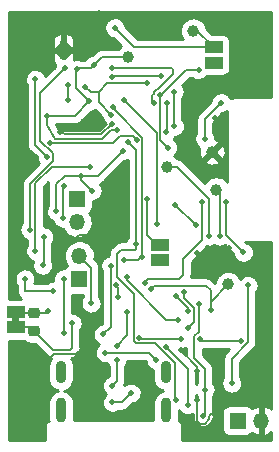
<source format=gbr>
%TF.GenerationSoftware,KiCad,Pcbnew,(5.99.0-8775-g06a515339c)*%
%TF.CreationDate,2021-03-27T00:10:39-04:00*%
%TF.ProjectId,mk2,6d6b322e-6b69-4636-9164-5f7063625858,rev?*%
%TF.SameCoordinates,Original*%
%TF.FileFunction,Copper,L2,Bot*%
%TF.FilePolarity,Positive*%
%FSLAX46Y46*%
G04 Gerber Fmt 4.6, Leading zero omitted, Abs format (unit mm)*
G04 Created by KiCad (PCBNEW (5.99.0-8775-g06a515339c)) date 2021-03-27 00:10:39*
%MOMM*%
%LPD*%
G01*
G04 APERTURE LIST*
G04 Aperture macros list*
%AMRoundRect*
0 Rectangle with rounded corners*
0 $1 Rounding radius*
0 $2 $3 $4 $5 $6 $7 $8 $9 X,Y pos of 4 corners*
0 Add a 4 corners polygon primitive as box body*
4,1,4,$2,$3,$4,$5,$6,$7,$8,$9,$2,$3,0*
0 Add four circle primitives for the rounded corners*
1,1,$1+$1,$2,$3*
1,1,$1+$1,$4,$5*
1,1,$1+$1,$6,$7*
1,1,$1+$1,$8,$9*
0 Add four rect primitives between the rounded corners*
20,1,$1+$1,$2,$3,$4,$5,0*
20,1,$1+$1,$4,$5,$6,$7,0*
20,1,$1+$1,$6,$7,$8,$9,0*
20,1,$1+$1,$8,$9,$2,$3,0*%
G04 Aperture macros list end*
%TA.AperFunction,ComponentPad*%
%ADD10O,1.350000X1.350000*%
%TD*%
%TA.AperFunction,ComponentPad*%
%ADD11R,1.350000X1.350000*%
%TD*%
%TA.AperFunction,SMDPad,CuDef*%
%ADD12R,0.500000X1.600000*%
%TD*%
%TA.AperFunction,ComponentPad*%
%ADD13C,0.500000*%
%TD*%
%TA.AperFunction,ComponentPad*%
%ADD14O,0.914400X2.108200*%
%TD*%
%TA.AperFunction,ComponentPad*%
%ADD15O,0.914400X1.905000*%
%TD*%
%TA.AperFunction,SMDPad,CuDef*%
%ADD16RoundRect,0.218750X0.256250X-0.218750X0.256250X0.218750X-0.256250X0.218750X-0.256250X-0.218750X0*%
%TD*%
%TA.AperFunction,SMDPad,CuDef*%
%ADD17C,1.000000*%
%TD*%
%TA.AperFunction,SMDPad,CuDef*%
%ADD18R,1.500000X1.000000*%
%TD*%
%TA.AperFunction,ViaPad*%
%ADD19C,0.500000*%
%TD*%
%TA.AperFunction,Conductor*%
%ADD20C,0.130000*%
%TD*%
%TA.AperFunction,Conductor*%
%ADD21C,0.254000*%
%TD*%
G04 APERTURE END LIST*
%TO.C,JP3*%
G36*
X13500000Y-39450000D02*
G01*
X12900000Y-39450000D01*
X12900000Y-38950000D01*
X13500000Y-38950000D01*
X13500000Y-39450000D01*
G37*
%TD*%
D10*
%TO.P,J6,2,Pin_2*%
%TO.N,Net-(J6-Pad2)*%
X18600000Y-33800000D03*
D11*
%TO.P,J6,1,Pin_1*%
%TO.N,VIN*%
X18600000Y-35800000D03*
%TD*%
%TO.P,BT1,1,+*%
%TO.N,+BATT*%
X32000000Y-47750000D03*
D10*
%TO.P,BT1,2,-*%
%TO.N,GND*%
X34000000Y-47750000D03*
%TD*%
D12*
%TO.P,U1,7,EP*%
%TO.N,GND*%
X17253000Y-16383000D03*
D13*
X17253000Y-15833000D03*
X17253000Y-16933000D03*
%TD*%
D14*
%TO.P,J2,S_1*%
%TO.N,N/C*%
X25950000Y-46866067D03*
%TO.P,J2,S_2*%
X17050000Y-46866067D03*
D15*
%TO.P,J2,S_3*%
X25950000Y-43666066D03*
%TO.P,J2,S_4*%
X17050000Y-43666066D03*
%TD*%
D11*
%TO.P,J3,1,Pin_1*%
%TO.N,Net-(J3-Pad1)*%
X18415000Y-28972000D03*
D10*
%TO.P,J3,2,Pin_2*%
%TO.N,Net-(J3-Pad2)*%
X18415000Y-30972000D03*
%TD*%
D16*
%TO.P,R1,1*%
%TO.N,Net-(D1-Pad3)*%
X14800000Y-40187500D03*
%TO.P,R1,2*%
%TO.N,VIN*%
X14800000Y-38612500D03*
%TD*%
D17*
%TO.P,TP5,1,1*%
%TO.N,VIN*%
X31200000Y-36200000D03*
%TD*%
%TO.P,TP1,1,1*%
%TO.N,GND*%
X29845000Y-25019000D03*
%TD*%
%TO.P,TP3,1,1*%
%TO.N,VCC*%
X22750000Y-17000000D03*
%TD*%
%TO.P,TP6,1,1*%
%TO.N,+5V*%
X28250000Y-14750000D03*
%TD*%
D18*
%TO.P,JP3,1,1*%
%TO.N,VIN*%
X13200000Y-38550000D03*
%TO.P,JP3,2,2*%
%TO.N,Net-(D1-Pad3)*%
X13200000Y-39850000D03*
%TD*%
D17*
%TO.P,TP4,1,1*%
%TO.N,SWDIO*%
X26000000Y-26250000D03*
%TD*%
D18*
%TO.P,JP2,1,1*%
%TO.N,RST*%
X25400000Y-32878000D03*
%TO.P,JP2,2,2*%
%TO.N,GND*%
X25400000Y-34178000D03*
%TD*%
D17*
%TO.P,TP2,1,1*%
%TO.N,SWDCLK*%
X30200000Y-28200000D03*
%TD*%
D18*
%TO.P,JP1,1,1*%
%TO.N,DISP_POWER*%
X29972000Y-17429000D03*
%TO.P,JP1,2,2*%
%TO.N,+5V*%
X29972000Y-16129000D03*
%TD*%
D19*
%TO.N,GND*%
X20400000Y-35600000D03*
%TO.N,FLASHLIGHT*%
X21714158Y-36301245D03*
X21900000Y-37300000D03*
%TO.N,Net-(J6-Pad2)*%
X19600000Y-37800000D03*
%TO.N,GND*%
X16383000Y-35066000D03*
%TO.N,VUSB*%
X21249148Y-34630852D03*
%TO.N,VCC*%
X15487056Y-34588825D03*
X15600000Y-32200000D03*
%TO.N,SDA*%
X23400000Y-32800000D03*
%TO.N,SCL*%
X22390798Y-34190798D03*
%TO.N,GND*%
X33655000Y-33172400D03*
X20269200Y-13258800D03*
X14909800Y-25425400D03*
X14986000Y-14478000D03*
X20421600Y-32054800D03*
X18449968Y-42150032D03*
X21336000Y-22606000D03*
X30073600Y-22148800D03*
X16967200Y-23317200D03*
X27200000Y-41800000D03*
X28586081Y-33568972D03*
X32639000Y-44704000D03*
X28575000Y-43547000D03*
X13614400Y-23418800D03*
X21831000Y-15937999D03*
X30073600Y-43561000D03*
X14224000Y-26365200D03*
X24900000Y-45000000D03*
X25600000Y-34200000D03*
X28600000Y-46000000D03*
X16052800Y-18034000D03*
X31292800Y-33172400D03*
X30175200Y-46812200D03*
X17983200Y-32664400D03*
X19304000Y-16764000D03*
X15000000Y-43600000D03*
X27990800Y-20777200D03*
X13335000Y-29464000D03*
X30937200Y-22910800D03*
%TO.N,VCC*%
X19822694Y-17679875D03*
X22301200Y-24892000D03*
X18750000Y-27000000D03*
X16662400Y-30022800D03*
X15825000Y-21925392D03*
X19456400Y-20726400D03*
X21793200Y-23164800D03*
X18427000Y-18020600D03*
X19685000Y-28270200D03*
%TO.N,VIN*%
X14000000Y-35750000D03*
X14419999Y-31580001D03*
X24638000Y-36576000D03*
X15950000Y-38500000D03*
X17399000Y-17907000D03*
X29718000Y-38368000D03*
X16383000Y-36816000D03*
%TO.N,BATTPOW*%
X29250000Y-45127000D03*
X29075147Y-47396517D03*
X28702000Y-37868002D03*
%TO.N,VUSB*%
X32325002Y-41000000D03*
X28800009Y-40800000D03*
X23665010Y-40724000D03*
X27200000Y-40800000D03*
X21400000Y-46200000D03*
X20620000Y-40450000D03*
X22999617Y-45416901D03*
%TO.N,Net-(IC1-Pad34)*%
X26797000Y-37211000D03*
X27799000Y-38481000D03*
%TO.N,Net-(IC1-Pad35)*%
X27483838Y-36855038D03*
X27799000Y-39878000D03*
%TO.N,RST*%
X24341010Y-28998990D03*
%TO.N,SWDIO*%
X29591000Y-32131000D03*
%TO.N,SWDCLK*%
X30480000Y-32131000D03*
%TO.N,SQW*%
X28702000Y-18034000D03*
X26070863Y-24643340D03*
X25400000Y-20193000D03*
%TO.N,SDA*%
X26814872Y-45995290D03*
X19123667Y-19480928D03*
X22758400Y-24180800D03*
X21323702Y-21854327D03*
X24333200Y-19202400D03*
%TO.N,RTCIRQ*%
X22352000Y-20574000D03*
X25146000Y-31115000D03*
%TO.N,SCL*%
X26991028Y-39192882D03*
X23876000Y-33909000D03*
X21452997Y-21219003D03*
X17673385Y-20594010D03*
X25979659Y-41521428D03*
X17653000Y-19304000D03*
X27800000Y-46400000D03*
X22600000Y-35600000D03*
%TO.N,BACKLIGHT*%
X26670000Y-29464000D03*
X28440990Y-31195332D03*
%TO.N,BUZZER*%
X16118817Y-24224193D03*
X23446133Y-23976758D03*
%TO.N,CHGNG*%
X32893000Y-36307000D03*
X30988000Y-29210000D03*
X31496000Y-44577000D03*
X32492000Y-33508000D03*
%TO.N,SPI_MOSI*%
X29210000Y-23876000D03*
X30607000Y-20828000D03*
%TO.N,BUTTON1*%
X14885000Y-18850000D03*
X15890675Y-25418525D03*
%TO.N,BUTTON5*%
X19536732Y-26267732D03*
X14885009Y-33350000D03*
%TO.N,BUTTON3*%
X17200000Y-30600000D03*
X17272000Y-35728000D03*
X17272000Y-27925000D03*
X17272000Y-40328000D03*
%TO.N,DISP_POWER*%
X29972000Y-17429000D03*
%TO.N,ACCELINT2*%
X24892000Y-20828000D03*
X26035000Y-20828000D03*
X21336000Y-17907000D03*
X25965209Y-23283318D03*
%TO.N,ACCELINT1*%
X25553943Y-18548721D03*
X26653168Y-22843168D03*
X21336000Y-18643600D03*
X26635326Y-19896775D03*
%TO.N,+5V*%
X21590000Y-14478000D03*
%TO.N,USB_DN_EXT*%
X21800000Y-41400000D03*
X21400000Y-44800000D03*
X22672000Y-38524000D03*
X21800000Y-42600000D03*
%TO.N,FLASHLIGHT*%
X24130000Y-36068000D03*
X28956000Y-29210000D03*
%TO.N,Net-(D1-Pad3)*%
X18000000Y-39500000D03*
%TO.N,Net-(J2-PadA5)*%
X20800000Y-42000000D03*
X25111855Y-42616481D03*
%TD*%
D20*
%TO.N,FLASHLIGHT*%
X21900000Y-36487087D02*
X21714158Y-36301245D01*
X21900000Y-37300000D02*
X21900000Y-36487087D01*
%TO.N,VUSB*%
X21249148Y-34630852D02*
X21249148Y-39820852D01*
X21249148Y-39820852D02*
X20620000Y-40450000D01*
%TO.N,Net-(J6-Pad2)*%
X18600000Y-33800000D02*
X19600000Y-34800000D01*
X19600000Y-34800000D02*
X19600000Y-37800000D01*
%TO.N,GND*%
X16383000Y-35066000D02*
X16734000Y-35066000D01*
X16734000Y-35066000D02*
X17000000Y-34800000D01*
%TO.N,VCC*%
X15600000Y-32200000D02*
X15600000Y-34475881D01*
X15600000Y-34475881D02*
X15487056Y-34588825D01*
%TO.N,SDA*%
X26700303Y-45880721D02*
X26814872Y-45995290D01*
X22758400Y-24180800D02*
X23400000Y-24822400D01*
X26700303Y-42899697D02*
X26700303Y-45880721D01*
X23200000Y-37000000D02*
X23200000Y-41000000D01*
X25000607Y-41200000D02*
X26700303Y-42899697D01*
X23400000Y-24822400D02*
X23400000Y-33200000D01*
X23400000Y-41200000D02*
X25000607Y-41200000D01*
X23200000Y-41000000D02*
X23400000Y-41200000D01*
X21800000Y-33600000D02*
X21800000Y-35600000D01*
X21800000Y-35600000D02*
X23200000Y-37000000D01*
X23330736Y-33269264D02*
X22130736Y-33269264D01*
X22130736Y-33269264D02*
X21800000Y-33600000D01*
X23400000Y-33200000D02*
X23330736Y-33269264D01*
%TO.N,SCL*%
X22390798Y-34190798D02*
X22334999Y-34134999D01*
X23876000Y-33909000D02*
X23594202Y-34190798D01*
X23594202Y-34190798D02*
X22390798Y-34190798D01*
%TO.N,GND*%
X15000000Y-43600000D02*
X16449968Y-42150032D01*
X34000000Y-47750000D02*
X34000000Y-46065000D01*
X29590158Y-47643723D02*
X29590158Y-47397242D01*
X27200000Y-41800000D02*
X28575000Y-43175000D01*
X30073600Y-22352000D02*
X30175200Y-22453600D01*
X28560146Y-46039854D02*
X28560146Y-47760146D01*
X17370336Y-23500000D02*
X20442000Y-23500000D01*
X29590158Y-47397242D02*
X30175200Y-46812200D01*
X20269200Y-13258800D02*
X20218400Y-13309600D01*
X28575000Y-43175000D02*
X28575000Y-43547000D01*
X30073600Y-22148800D02*
X30073600Y-22352000D01*
X28560146Y-47760146D02*
X28800000Y-48000000D01*
X16967200Y-23317200D02*
X17370336Y-23500000D01*
X29233881Y-48000000D02*
X29590158Y-47643723D01*
X28800000Y-48000000D02*
X29233881Y-48000000D01*
X30896228Y-33568972D02*
X28586081Y-33568972D01*
X20421600Y-32054800D02*
X18592800Y-32054800D01*
X28600000Y-46000000D02*
X28560146Y-46039854D01*
X31292800Y-33172400D02*
X30896228Y-33568972D01*
X16449968Y-42150032D02*
X18449968Y-42150032D01*
X20442000Y-23500000D02*
X21336000Y-22606000D01*
X20218400Y-13309600D02*
X20015200Y-13309600D01*
X34000000Y-46065000D02*
X32639000Y-44704000D01*
X18592800Y-32054800D02*
X17983200Y-32664400D01*
%TO.N,VCC*%
X19685000Y-28270200D02*
X18750000Y-27335200D01*
X18257408Y-21925392D02*
X15825000Y-21925392D01*
X18750000Y-27335200D02*
X18750000Y-27000000D01*
X18515200Y-17932400D02*
X18427000Y-18020600D01*
X17373800Y-27000000D02*
X18750000Y-27000000D01*
X19456400Y-20726400D02*
X18257408Y-21925392D01*
X16662400Y-30022800D02*
X16662400Y-27711400D01*
X20502569Y-17000000D02*
X19822694Y-17679875D01*
X22750000Y-17000000D02*
X20502569Y-17000000D01*
X18338800Y-17932400D02*
X19570169Y-17932400D01*
X18750000Y-27000000D02*
X20193200Y-27000000D01*
X16510000Y-23876000D02*
X15825000Y-22683000D01*
X20193200Y-27000000D02*
X22301200Y-24892000D01*
X16662400Y-27711400D02*
X17373800Y-27000000D01*
X19822694Y-17679875D02*
X19570169Y-17932400D01*
X18338800Y-17932400D02*
X18338800Y-19608800D01*
X21793200Y-23164800D02*
X21243906Y-23164800D01*
X15825000Y-22683000D02*
X15825000Y-21925392D01*
X21243906Y-23164800D02*
X20532706Y-23876000D01*
X20532706Y-23876000D02*
X16510000Y-23876000D01*
X18338800Y-19608800D02*
X19456400Y-20726400D01*
%TO.N,VIN*%
X16383000Y-36816000D02*
X14066000Y-36816000D01*
X14419999Y-27729005D02*
X14419999Y-31580001D01*
X15309999Y-24072999D02*
X16356989Y-25119989D01*
X15837500Y-38612500D02*
X15950000Y-38500000D01*
X15309999Y-19996001D02*
X15309999Y-24072999D01*
X29337000Y-36322000D02*
X29718000Y-36703000D01*
X16356989Y-25119989D02*
X16356989Y-25792015D01*
X29718000Y-36703000D02*
X29718000Y-38368000D01*
X24638000Y-36576000D02*
X24892000Y-36322000D01*
X14000000Y-36750000D02*
X14000000Y-35750000D01*
X17399000Y-17907000D02*
X15309999Y-19996001D01*
X14066000Y-36816000D02*
X14000000Y-36750000D01*
X14800000Y-38612500D02*
X15837500Y-38612500D01*
X16356989Y-25792015D02*
X14419999Y-27729005D01*
X31200000Y-36200000D02*
X29718000Y-37682000D01*
X14800000Y-38612500D02*
X13262500Y-38612500D01*
X24892000Y-36322000D02*
X29337000Y-36322000D01*
%TO.N,BATTPOW*%
X28334999Y-40576799D02*
X28334999Y-42468293D01*
X29250000Y-45127000D02*
X29250000Y-47221664D01*
X29250000Y-47221664D02*
X29075147Y-47396517D01*
X28334999Y-42468293D02*
X29250000Y-43383294D01*
X29250000Y-43383294D02*
X29250000Y-45127000D01*
X28702000Y-37868002D02*
X28702000Y-40209798D01*
X28702000Y-40209798D02*
X28334999Y-40576799D01*
%TO.N,VUSB*%
X23741010Y-40800000D02*
X23665010Y-40724000D01*
X22216518Y-46200000D02*
X22999617Y-45416901D01*
X27200000Y-40800000D02*
X23741010Y-40800000D01*
X29000009Y-41000000D02*
X28800009Y-40800000D01*
X32325002Y-41000000D02*
X29000009Y-41000000D01*
X21400000Y-46200000D02*
X22216518Y-46200000D01*
%TO.N,Net-(IC1-Pad34)*%
X27799000Y-38213000D02*
X27799000Y-38481000D01*
X26797000Y-37211000D02*
X27799000Y-38213000D01*
%TO.N,Net-(IC1-Pad35)*%
X28314001Y-38233799D02*
X27483838Y-37403636D01*
X27483838Y-37403636D02*
X27483838Y-36855038D01*
X28314001Y-39362999D02*
X28314001Y-38233799D01*
X27799000Y-39878000D02*
X28314001Y-39362999D01*
%TO.N,RST*%
X24341010Y-32007067D02*
X24341010Y-28998990D01*
X25265990Y-32932047D02*
X24341010Y-32007067D01*
%TO.N,SWDIO*%
X26000000Y-26250000D02*
X26850000Y-26250000D01*
X26850000Y-26250000D02*
X29591000Y-28991000D01*
X29591000Y-32131000D02*
X29591000Y-28991000D01*
%TO.N,SWDCLK*%
X30480000Y-32131000D02*
X30480000Y-28480000D01*
%TO.N,SQW*%
X28702000Y-18034000D02*
X27644706Y-18034000D01*
X27644706Y-18034000D02*
X25485706Y-20193000D01*
X25426011Y-23998488D02*
X26070863Y-24643340D01*
X25485706Y-20193000D02*
X25400000Y-20193000D01*
X25426011Y-20219011D02*
X25426011Y-23998488D01*
X25400000Y-20193000D02*
X25426011Y-20219011D01*
%TO.N,SDA*%
X20275231Y-19907569D02*
X20275231Y-20805856D01*
X24333200Y-19202400D02*
X20980400Y-19202400D01*
X19123667Y-19480928D02*
X19550308Y-19907569D01*
X19550308Y-19907569D02*
X20275231Y-19907569D01*
X20275231Y-20805856D02*
X21323702Y-21854327D01*
X20275231Y-19907569D02*
X20980400Y-19202400D01*
%TO.N,RTCIRQ*%
X22352000Y-20574000D02*
X25146000Y-23368000D01*
X25146000Y-31115000D02*
X25146000Y-23368000D01*
%TO.N,SCL*%
X26991028Y-39192882D02*
X25930298Y-39192882D01*
X17673385Y-19324385D02*
X17673385Y-20594010D01*
X21600003Y-21366009D02*
X21600003Y-21473003D01*
X27800000Y-43341769D02*
X25979659Y-41521428D01*
X17653000Y-19304000D02*
X17673385Y-19324385D01*
X25930298Y-39192882D02*
X22600000Y-35862584D01*
X22600000Y-35862584D02*
X22600000Y-35600000D01*
X23876000Y-33909000D02*
X23876000Y-24305935D01*
X27800000Y-46400000D02*
X27800000Y-43341769D01*
X23925991Y-24255944D02*
X23925991Y-23798991D01*
X21452997Y-21219003D02*
X21600003Y-21366009D01*
X23876000Y-24305935D02*
X23925991Y-24255944D01*
X23925991Y-23798991D02*
X21600003Y-21473003D01*
%TO.N,BACKLIGHT*%
X26709658Y-29464000D02*
X28440990Y-31195332D01*
X26670000Y-29464000D02*
X26709658Y-29464000D01*
%TO.N,BUZZER*%
X16118817Y-24224193D02*
X21486292Y-24224193D01*
X23157558Y-23688183D02*
X23446133Y-23976758D01*
X21486292Y-24224193D02*
X22022302Y-23688183D01*
X22022302Y-23688183D02*
X23157558Y-23688183D01*
%TO.N,CHGNG*%
X30988000Y-32004000D02*
X30988000Y-29210000D01*
X31496000Y-42504000D02*
X32893000Y-41107000D01*
X32492000Y-33508000D02*
X30988000Y-32004000D01*
X32893000Y-36307000D02*
X32893000Y-41107000D01*
X31496000Y-44577000D02*
X31496000Y-42504000D01*
%TO.N,SPI_MOSI*%
X29210000Y-22225000D02*
X29210000Y-23876000D01*
X30607000Y-20828000D02*
X29210000Y-22225000D01*
%TO.N,BUTTON1*%
X14885000Y-24412850D02*
X14885000Y-18850000D01*
X14885000Y-24412850D02*
X15890675Y-25418525D01*
%TO.N,BUTTON5*%
X16277268Y-26267732D02*
X14885009Y-27659991D01*
X19536732Y-26267732D02*
X16277268Y-26267732D01*
X14885009Y-27659991D02*
X14885009Y-33350000D01*
%TO.N,BUTTON3*%
X17200000Y-30600000D02*
X17200000Y-27997000D01*
X17272000Y-35728000D02*
X17272000Y-40328000D01*
X17200000Y-27997000D02*
X17272000Y-27925000D01*
%TO.N,ACCELINT2*%
X26416000Y-17907000D02*
X26543000Y-18034000D01*
X24765000Y-20701000D02*
X24892000Y-20828000D01*
X25152794Y-19677989D02*
X24884989Y-19945794D01*
X26035000Y-20828000D02*
X26035000Y-23213527D01*
X25280011Y-19677989D02*
X25152794Y-19677989D01*
X26543000Y-18415000D02*
X25280011Y-19677989D01*
X24765000Y-20193000D02*
X24765000Y-20701000D01*
X24884989Y-19945794D02*
X24884989Y-20073011D01*
X24884989Y-20073011D02*
X24765000Y-20193000D01*
X26543000Y-18034000D02*
X26543000Y-18415000D01*
X26035000Y-23213527D02*
X25965209Y-23283318D01*
X21336000Y-17907000D02*
X26416000Y-17907000D01*
%TO.N,ACCELINT1*%
X21430879Y-18548721D02*
X21336000Y-18643600D01*
X26635326Y-19896775D02*
X26635326Y-22825326D01*
X25553943Y-18548721D02*
X25553943Y-18441943D01*
X25553943Y-18548721D02*
X21430879Y-18548721D01*
X26635326Y-22825326D02*
X26653168Y-22843168D01*
%TO.N,+5V*%
X23241000Y-16129000D02*
X21590000Y-14478000D01*
X29972000Y-16129000D02*
X23241000Y-16129000D01*
X28593000Y-14750000D02*
X29972000Y-16129000D01*
%TO.N,USB_DN_EXT*%
X21800000Y-44400000D02*
X21800000Y-42600000D01*
X22672000Y-40528000D02*
X22672000Y-38524000D01*
X21800000Y-41400000D02*
X22672000Y-40528000D01*
X21400000Y-44800000D02*
X21800000Y-44400000D01*
%TO.N,FLASHLIGHT*%
X24453990Y-35744010D02*
X27055991Y-35744009D01*
X28956000Y-32470718D02*
X28956000Y-29210000D01*
X27400000Y-35400000D02*
X27055991Y-35744009D01*
X28956000Y-32470718D02*
X27400000Y-34026718D01*
X24453990Y-35744010D02*
X24130000Y-36068000D01*
X27400000Y-34026718D02*
X27400000Y-35400000D01*
%TO.N,Net-(D1-Pad3)*%
X13200000Y-39850000D02*
X14462500Y-39850000D01*
X16412500Y-41800000D02*
X17800000Y-41800000D01*
X14800000Y-40187500D02*
X16412500Y-41800000D01*
X18000000Y-41600000D02*
X18000000Y-39500000D01*
X17800000Y-41800000D02*
X18000000Y-41600000D01*
%TO.N,Net-(J2-PadA5)*%
X24495374Y-42000000D02*
X25111855Y-42616481D01*
X20800000Y-42000000D02*
X24495374Y-42000000D01*
%TD*%
%TO.N,GND*%
D21*
X34866000Y-46767905D02*
X34808738Y-46714972D01*
X34790444Y-46700934D01*
X34606576Y-46584922D01*
X34586031Y-46574454D01*
X34384100Y-46493892D01*
X34361991Y-46487343D01*
X34278581Y-46470752D01*
X34207867Y-46477080D01*
X34151800Y-46520635D01*
X34128000Y-46594331D01*
X34128000Y-48908558D01*
X34148002Y-48976679D01*
X34201658Y-49023172D01*
X34272079Y-49033254D01*
X34295412Y-49029871D01*
X34317834Y-49024488D01*
X34523704Y-48954605D01*
X34544769Y-48945227D01*
X34734457Y-48838997D01*
X34753460Y-48825936D01*
X34866000Y-48732337D01*
X34866000Y-49366000D01*
X27334000Y-49366000D01*
X27334000Y-48272378D01*
X27334252Y-48231148D01*
X27329404Y-48195754D01*
X27321291Y-48167365D01*
X27317107Y-48138154D01*
X27307080Y-48103865D01*
X27296476Y-48080543D01*
X27289434Y-48055903D01*
X27274845Y-48023290D01*
X27259093Y-47998326D01*
X27246879Y-47971461D01*
X27227632Y-47941364D01*
X27210904Y-47921950D01*
X27197230Y-47900278D01*
X27174077Y-47873073D01*
X27151954Y-47853535D01*
X27132688Y-47831175D01*
X27105767Y-47807690D01*
X27084262Y-47793751D01*
X27065056Y-47776789D01*
X27035198Y-47757176D01*
X27008477Y-47744631D01*
X27006698Y-47743477D01*
X27038719Y-47590199D01*
X27041209Y-47571028D01*
X27041527Y-47564961D01*
X27041700Y-47558366D01*
X27041700Y-46862151D01*
X27045124Y-46869125D01*
X27060933Y-46893655D01*
X27173294Y-47030202D01*
X27194321Y-47050437D01*
X27335080Y-47157473D01*
X27360199Y-47172328D01*
X27521806Y-47244111D01*
X27549668Y-47252790D01*
X27723455Y-47285470D01*
X27752567Y-47287505D01*
X27929211Y-47279329D01*
X27958010Y-47274613D01*
X28128034Y-47226020D01*
X28154975Y-47214806D01*
X28217761Y-47179644D01*
X28195113Y-47272199D01*
X28191506Y-47301157D01*
X28190117Y-47477985D01*
X28193269Y-47506997D01*
X28232596Y-47679401D01*
X28242337Y-47706910D01*
X28320271Y-47865642D01*
X28336080Y-47890172D01*
X28448441Y-48026719D01*
X28469468Y-48046954D01*
X28610227Y-48153990D01*
X28635346Y-48168845D01*
X28796953Y-48240628D01*
X28824815Y-48249307D01*
X28998602Y-48281987D01*
X29027714Y-48284022D01*
X29204358Y-48275846D01*
X29233157Y-48271130D01*
X29403181Y-48222537D01*
X29430122Y-48211323D01*
X29584408Y-48124919D01*
X29608047Y-48107807D01*
X29738318Y-47988227D01*
X29757387Y-47966135D01*
X29856654Y-47819793D01*
X29870129Y-47793908D01*
X29933068Y-47628655D01*
X29940227Y-47600364D01*
X29963461Y-47425065D01*
X29964549Y-47409498D01*
X29964643Y-47397505D01*
X29963799Y-47381926D01*
X29950033Y-47263849D01*
X29953421Y-47238110D01*
X29953421Y-47205218D01*
X29949500Y-47175434D01*
X29949500Y-47075000D01*
X30685500Y-47075000D01*
X30685500Y-48425000D01*
X30685821Y-48433989D01*
X30691048Y-48507068D01*
X30695831Y-48533577D01*
X30737008Y-48673814D01*
X30751906Y-48706437D01*
X30830925Y-48829392D01*
X30854410Y-48856495D01*
X30964868Y-48952208D01*
X30995039Y-48971598D01*
X31127988Y-49032314D01*
X31162399Y-49042418D01*
X31307069Y-49063218D01*
X31325000Y-49064500D01*
X32675000Y-49064500D01*
X32683989Y-49064179D01*
X32757068Y-49058952D01*
X32783577Y-49054169D01*
X32923814Y-49012992D01*
X32956437Y-48998094D01*
X33079392Y-48919075D01*
X33106495Y-48895590D01*
X33198838Y-48789021D01*
X33363133Y-48898800D01*
X33383398Y-48909803D01*
X33583151Y-48995623D01*
X33605081Y-49002748D01*
X33718193Y-49028342D01*
X33789048Y-49023867D01*
X33846236Y-48981795D01*
X33871600Y-48915484D01*
X33872000Y-48905449D01*
X33872000Y-46593291D01*
X33851998Y-46525170D01*
X33798342Y-46478677D01*
X33724662Y-46469111D01*
X33671185Y-46478300D01*
X33648912Y-46484268D01*
X33444942Y-46559517D01*
X33424130Y-46569444D01*
X33237288Y-46680603D01*
X33218634Y-46694156D01*
X33196617Y-46713464D01*
X33169075Y-46670608D01*
X33145590Y-46643505D01*
X33035132Y-46547792D01*
X33004961Y-46528402D01*
X32872012Y-46467686D01*
X32837601Y-46457582D01*
X32692931Y-46436782D01*
X32675000Y-46435500D01*
X31325000Y-46435500D01*
X31316011Y-46435821D01*
X31242932Y-46441048D01*
X31216423Y-46445831D01*
X31076186Y-46487008D01*
X31043563Y-46501906D01*
X30920608Y-46580925D01*
X30893505Y-46604410D01*
X30797792Y-46714868D01*
X30778402Y-46745039D01*
X30717686Y-46877988D01*
X30707582Y-46912399D01*
X30686782Y-47057069D01*
X30685500Y-47075000D01*
X29949500Y-47075000D01*
X29949500Y-45671173D01*
X30031507Y-45550276D01*
X30044982Y-45524391D01*
X30107921Y-45359138D01*
X30115080Y-45330847D01*
X30138314Y-45155548D01*
X30139402Y-45139981D01*
X30139496Y-45127988D01*
X30138652Y-45112409D01*
X30118174Y-44936766D01*
X30111461Y-44908366D01*
X30051126Y-44742145D01*
X30038059Y-44716051D01*
X29949500Y-44580976D01*
X29949500Y-43429531D01*
X29953422Y-43399740D01*
X29953422Y-43366848D01*
X29933710Y-43217121D01*
X29925197Y-43185349D01*
X29867405Y-43045826D01*
X29850958Y-43017340D01*
X29782343Y-42927920D01*
X29759023Y-42897529D01*
X29735765Y-42874271D01*
X29711928Y-42855980D01*
X29034499Y-42178550D01*
X29034499Y-41701046D01*
X29046246Y-41699500D01*
X31311258Y-41699500D01*
X31034072Y-41976686D01*
X31010235Y-41994977D01*
X30986977Y-42018235D01*
X30963670Y-42048610D01*
X30963656Y-42048625D01*
X30895041Y-42138046D01*
X30878595Y-42166532D01*
X30820803Y-42306055D01*
X30812290Y-42337827D01*
X30792578Y-42487554D01*
X30792578Y-42520446D01*
X30796500Y-42550237D01*
X30796500Y-44034458D01*
X30764778Y-44071797D01*
X30748586Y-44096075D01*
X30668168Y-44253564D01*
X30657996Y-44280917D01*
X30615966Y-44452682D01*
X30612359Y-44481640D01*
X30610970Y-44658468D01*
X30614122Y-44687480D01*
X30653449Y-44859884D01*
X30663190Y-44887393D01*
X30741124Y-45046125D01*
X30756933Y-45070655D01*
X30869294Y-45207202D01*
X30890321Y-45227437D01*
X31031080Y-45334473D01*
X31056199Y-45349328D01*
X31217806Y-45421111D01*
X31245668Y-45429790D01*
X31419455Y-45462470D01*
X31448567Y-45464505D01*
X31625211Y-45456329D01*
X31654010Y-45451613D01*
X31824034Y-45403020D01*
X31850975Y-45391806D01*
X32005261Y-45305402D01*
X32028900Y-45288290D01*
X32159171Y-45168710D01*
X32178240Y-45146618D01*
X32277507Y-45000276D01*
X32290982Y-44974391D01*
X32353921Y-44809138D01*
X32361080Y-44780847D01*
X32384314Y-44605548D01*
X32385402Y-44589981D01*
X32385496Y-44577988D01*
X32384652Y-44562409D01*
X32364174Y-44386766D01*
X32357461Y-44358366D01*
X32297126Y-44192145D01*
X32284059Y-44166051D01*
X32195500Y-44030976D01*
X32195500Y-42793742D01*
X33354928Y-41634314D01*
X33378765Y-41616023D01*
X33402023Y-41592765D01*
X33425330Y-41562390D01*
X33425344Y-41562375D01*
X33493959Y-41472954D01*
X33510405Y-41444468D01*
X33568197Y-41304945D01*
X33576711Y-41273169D01*
X33577784Y-41265014D01*
X33591422Y-41161426D01*
X33591422Y-41161419D01*
X33596421Y-41123446D01*
X33596421Y-41090554D01*
X33592500Y-41060770D01*
X33592500Y-36851173D01*
X33674507Y-36730276D01*
X33687982Y-36704391D01*
X33750921Y-36539138D01*
X33758080Y-36510847D01*
X33781314Y-36335548D01*
X33782402Y-36319981D01*
X33782496Y-36307988D01*
X33781652Y-36292409D01*
X33761174Y-36116766D01*
X33754461Y-36088366D01*
X33694126Y-35922145D01*
X33681059Y-35896051D01*
X33584103Y-35748168D01*
X33565384Y-35725780D01*
X33437008Y-35604169D01*
X33413640Y-35586688D01*
X33260730Y-35497871D01*
X33233968Y-35486235D01*
X33064727Y-35434977D01*
X33036006Y-35429809D01*
X32859513Y-35418859D01*
X32830373Y-35420437D01*
X32656094Y-35450384D01*
X32628099Y-35458623D01*
X32465384Y-35527859D01*
X32440035Y-35542318D01*
X32297612Y-35647129D01*
X32276269Y-35667032D01*
X32230406Y-35721017D01*
X32155418Y-35579985D01*
X32141809Y-35559502D01*
X32016793Y-35406217D01*
X31999465Y-35388768D01*
X31847057Y-35262685D01*
X31826670Y-35248934D01*
X31652675Y-35154856D01*
X31630007Y-35145327D01*
X31441052Y-35086835D01*
X31416962Y-35081890D01*
X31220246Y-35061215D01*
X31195656Y-35061044D01*
X30998669Y-35078971D01*
X30974514Y-35083578D01*
X30784761Y-35139425D01*
X30761961Y-35148637D01*
X30586670Y-35240277D01*
X30566093Y-35253742D01*
X30411939Y-35377685D01*
X30394369Y-35394891D01*
X30267225Y-35546415D01*
X30253332Y-35566705D01*
X30158041Y-35740039D01*
X30148354Y-35762641D01*
X30088545Y-35951183D01*
X30083432Y-35975237D01*
X30072948Y-36068706D01*
X29864314Y-35860072D01*
X29846023Y-35836235D01*
X29822765Y-35812977D01*
X29792390Y-35789670D01*
X29792375Y-35789656D01*
X29702954Y-35721041D01*
X29674468Y-35704595D01*
X29534945Y-35646803D01*
X29503174Y-35638290D01*
X29493915Y-35637071D01*
X29391426Y-35623578D01*
X29353447Y-35618578D01*
X29320554Y-35618578D01*
X29290763Y-35622500D01*
X28065026Y-35622500D01*
X28075197Y-35597945D01*
X28083710Y-35566172D01*
X28088991Y-35526058D01*
X28098422Y-35454426D01*
X28098422Y-35454419D01*
X28103421Y-35416446D01*
X28103421Y-35383554D01*
X28099500Y-35353770D01*
X28099500Y-34316460D01*
X29417687Y-32998273D01*
X29514455Y-33016470D01*
X29543567Y-33018505D01*
X29720211Y-33010329D01*
X29749010Y-33005613D01*
X29919034Y-32957020D01*
X29945975Y-32945806D01*
X30031262Y-32898043D01*
X30040199Y-32903328D01*
X30201806Y-32975111D01*
X30229668Y-32983790D01*
X30403455Y-33016470D01*
X30432567Y-33018505D01*
X30609211Y-33010329D01*
X30638010Y-33005613D01*
X30808034Y-32957020D01*
X30834975Y-32945805D01*
X30902658Y-32907900D01*
X31609742Y-33614984D01*
X31610122Y-33618480D01*
X31649449Y-33790884D01*
X31659190Y-33818393D01*
X31737124Y-33977125D01*
X31752933Y-34001655D01*
X31865294Y-34138202D01*
X31886321Y-34158437D01*
X32027080Y-34265473D01*
X32052199Y-34280328D01*
X32213806Y-34352111D01*
X32241668Y-34360790D01*
X32415455Y-34393470D01*
X32444567Y-34395505D01*
X32621211Y-34387329D01*
X32650010Y-34382613D01*
X32820034Y-34334020D01*
X32846975Y-34322806D01*
X33001261Y-34236402D01*
X33024900Y-34219290D01*
X33155171Y-34099710D01*
X33174240Y-34077618D01*
X33273507Y-33931276D01*
X33286982Y-33905391D01*
X33349921Y-33740138D01*
X33357080Y-33711847D01*
X33380314Y-33536548D01*
X33381402Y-33520981D01*
X33381496Y-33508988D01*
X33380652Y-33493409D01*
X33360174Y-33317766D01*
X33353461Y-33289366D01*
X33293126Y-33123145D01*
X33280059Y-33097051D01*
X33183103Y-32949168D01*
X33164384Y-32926780D01*
X33036008Y-32805169D01*
X33012640Y-32787688D01*
X32859730Y-32698871D01*
X32832968Y-32687235D01*
X32663727Y-32635977D01*
X32652740Y-32634000D01*
X34866000Y-32634000D01*
X34866000Y-46767905D01*
%TA.AperFunction,Conductor*%
G36*
X34866000Y-46767905D02*
G01*
X34808738Y-46714972D01*
X34790444Y-46700934D01*
X34606576Y-46584922D01*
X34586031Y-46574454D01*
X34384100Y-46493892D01*
X34361991Y-46487343D01*
X34278581Y-46470752D01*
X34207867Y-46477080D01*
X34151800Y-46520635D01*
X34128000Y-46594331D01*
X34128000Y-48908558D01*
X34148002Y-48976679D01*
X34201658Y-49023172D01*
X34272079Y-49033254D01*
X34295412Y-49029871D01*
X34317834Y-49024488D01*
X34523704Y-48954605D01*
X34544769Y-48945227D01*
X34734457Y-48838997D01*
X34753460Y-48825936D01*
X34866000Y-48732337D01*
X34866000Y-49366000D01*
X27334000Y-49366000D01*
X27334000Y-48272378D01*
X27334252Y-48231148D01*
X27329404Y-48195754D01*
X27321291Y-48167365D01*
X27317107Y-48138154D01*
X27307080Y-48103865D01*
X27296476Y-48080543D01*
X27289434Y-48055903D01*
X27274845Y-48023290D01*
X27259093Y-47998326D01*
X27246879Y-47971461D01*
X27227632Y-47941364D01*
X27210904Y-47921950D01*
X27197230Y-47900278D01*
X27174077Y-47873073D01*
X27151954Y-47853535D01*
X27132688Y-47831175D01*
X27105767Y-47807690D01*
X27084262Y-47793751D01*
X27065056Y-47776789D01*
X27035198Y-47757176D01*
X27008477Y-47744631D01*
X27006698Y-47743477D01*
X27038719Y-47590199D01*
X27041209Y-47571028D01*
X27041527Y-47564961D01*
X27041700Y-47558366D01*
X27041700Y-46862151D01*
X27045124Y-46869125D01*
X27060933Y-46893655D01*
X27173294Y-47030202D01*
X27194321Y-47050437D01*
X27335080Y-47157473D01*
X27360199Y-47172328D01*
X27521806Y-47244111D01*
X27549668Y-47252790D01*
X27723455Y-47285470D01*
X27752567Y-47287505D01*
X27929211Y-47279329D01*
X27958010Y-47274613D01*
X28128034Y-47226020D01*
X28154975Y-47214806D01*
X28217761Y-47179644D01*
X28195113Y-47272199D01*
X28191506Y-47301157D01*
X28190117Y-47477985D01*
X28193269Y-47506997D01*
X28232596Y-47679401D01*
X28242337Y-47706910D01*
X28320271Y-47865642D01*
X28336080Y-47890172D01*
X28448441Y-48026719D01*
X28469468Y-48046954D01*
X28610227Y-48153990D01*
X28635346Y-48168845D01*
X28796953Y-48240628D01*
X28824815Y-48249307D01*
X28998602Y-48281987D01*
X29027714Y-48284022D01*
X29204358Y-48275846D01*
X29233157Y-48271130D01*
X29403181Y-48222537D01*
X29430122Y-48211323D01*
X29584408Y-48124919D01*
X29608047Y-48107807D01*
X29738318Y-47988227D01*
X29757387Y-47966135D01*
X29856654Y-47819793D01*
X29870129Y-47793908D01*
X29933068Y-47628655D01*
X29940227Y-47600364D01*
X29963461Y-47425065D01*
X29964549Y-47409498D01*
X29964643Y-47397505D01*
X29963799Y-47381926D01*
X29950033Y-47263849D01*
X29953421Y-47238110D01*
X29953421Y-47205218D01*
X29949500Y-47175434D01*
X29949500Y-47075000D01*
X30685500Y-47075000D01*
X30685500Y-48425000D01*
X30685821Y-48433989D01*
X30691048Y-48507068D01*
X30695831Y-48533577D01*
X30737008Y-48673814D01*
X30751906Y-48706437D01*
X30830925Y-48829392D01*
X30854410Y-48856495D01*
X30964868Y-48952208D01*
X30995039Y-48971598D01*
X31127988Y-49032314D01*
X31162399Y-49042418D01*
X31307069Y-49063218D01*
X31325000Y-49064500D01*
X32675000Y-49064500D01*
X32683989Y-49064179D01*
X32757068Y-49058952D01*
X32783577Y-49054169D01*
X32923814Y-49012992D01*
X32956437Y-48998094D01*
X33079392Y-48919075D01*
X33106495Y-48895590D01*
X33198838Y-48789021D01*
X33363133Y-48898800D01*
X33383398Y-48909803D01*
X33583151Y-48995623D01*
X33605081Y-49002748D01*
X33718193Y-49028342D01*
X33789048Y-49023867D01*
X33846236Y-48981795D01*
X33871600Y-48915484D01*
X33872000Y-48905449D01*
X33872000Y-46593291D01*
X33851998Y-46525170D01*
X33798342Y-46478677D01*
X33724662Y-46469111D01*
X33671185Y-46478300D01*
X33648912Y-46484268D01*
X33444942Y-46559517D01*
X33424130Y-46569444D01*
X33237288Y-46680603D01*
X33218634Y-46694156D01*
X33196617Y-46713464D01*
X33169075Y-46670608D01*
X33145590Y-46643505D01*
X33035132Y-46547792D01*
X33004961Y-46528402D01*
X32872012Y-46467686D01*
X32837601Y-46457582D01*
X32692931Y-46436782D01*
X32675000Y-46435500D01*
X31325000Y-46435500D01*
X31316011Y-46435821D01*
X31242932Y-46441048D01*
X31216423Y-46445831D01*
X31076186Y-46487008D01*
X31043563Y-46501906D01*
X30920608Y-46580925D01*
X30893505Y-46604410D01*
X30797792Y-46714868D01*
X30778402Y-46745039D01*
X30717686Y-46877988D01*
X30707582Y-46912399D01*
X30686782Y-47057069D01*
X30685500Y-47075000D01*
X29949500Y-47075000D01*
X29949500Y-45671173D01*
X30031507Y-45550276D01*
X30044982Y-45524391D01*
X30107921Y-45359138D01*
X30115080Y-45330847D01*
X30138314Y-45155548D01*
X30139402Y-45139981D01*
X30139496Y-45127988D01*
X30138652Y-45112409D01*
X30118174Y-44936766D01*
X30111461Y-44908366D01*
X30051126Y-44742145D01*
X30038059Y-44716051D01*
X29949500Y-44580976D01*
X29949500Y-43429531D01*
X29953422Y-43399740D01*
X29953422Y-43366848D01*
X29933710Y-43217121D01*
X29925197Y-43185349D01*
X29867405Y-43045826D01*
X29850958Y-43017340D01*
X29782343Y-42927920D01*
X29759023Y-42897529D01*
X29735765Y-42874271D01*
X29711928Y-42855980D01*
X29034499Y-42178550D01*
X29034499Y-41701046D01*
X29046246Y-41699500D01*
X31311258Y-41699500D01*
X31034072Y-41976686D01*
X31010235Y-41994977D01*
X30986977Y-42018235D01*
X30963670Y-42048610D01*
X30963656Y-42048625D01*
X30895041Y-42138046D01*
X30878595Y-42166532D01*
X30820803Y-42306055D01*
X30812290Y-42337827D01*
X30792578Y-42487554D01*
X30792578Y-42520446D01*
X30796500Y-42550237D01*
X30796500Y-44034458D01*
X30764778Y-44071797D01*
X30748586Y-44096075D01*
X30668168Y-44253564D01*
X30657996Y-44280917D01*
X30615966Y-44452682D01*
X30612359Y-44481640D01*
X30610970Y-44658468D01*
X30614122Y-44687480D01*
X30653449Y-44859884D01*
X30663190Y-44887393D01*
X30741124Y-45046125D01*
X30756933Y-45070655D01*
X30869294Y-45207202D01*
X30890321Y-45227437D01*
X31031080Y-45334473D01*
X31056199Y-45349328D01*
X31217806Y-45421111D01*
X31245668Y-45429790D01*
X31419455Y-45462470D01*
X31448567Y-45464505D01*
X31625211Y-45456329D01*
X31654010Y-45451613D01*
X31824034Y-45403020D01*
X31850975Y-45391806D01*
X32005261Y-45305402D01*
X32028900Y-45288290D01*
X32159171Y-45168710D01*
X32178240Y-45146618D01*
X32277507Y-45000276D01*
X32290982Y-44974391D01*
X32353921Y-44809138D01*
X32361080Y-44780847D01*
X32384314Y-44605548D01*
X32385402Y-44589981D01*
X32385496Y-44577988D01*
X32384652Y-44562409D01*
X32364174Y-44386766D01*
X32357461Y-44358366D01*
X32297126Y-44192145D01*
X32284059Y-44166051D01*
X32195500Y-44030976D01*
X32195500Y-42793742D01*
X33354928Y-41634314D01*
X33378765Y-41616023D01*
X33402023Y-41592765D01*
X33425330Y-41562390D01*
X33425344Y-41562375D01*
X33493959Y-41472954D01*
X33510405Y-41444468D01*
X33568197Y-41304945D01*
X33576711Y-41273169D01*
X33577784Y-41265014D01*
X33591422Y-41161426D01*
X33591422Y-41161419D01*
X33596421Y-41123446D01*
X33596421Y-41090554D01*
X33592500Y-41060770D01*
X33592500Y-36851173D01*
X33674507Y-36730276D01*
X33687982Y-36704391D01*
X33750921Y-36539138D01*
X33758080Y-36510847D01*
X33781314Y-36335548D01*
X33782402Y-36319981D01*
X33782496Y-36307988D01*
X33781652Y-36292409D01*
X33761174Y-36116766D01*
X33754461Y-36088366D01*
X33694126Y-35922145D01*
X33681059Y-35896051D01*
X33584103Y-35748168D01*
X33565384Y-35725780D01*
X33437008Y-35604169D01*
X33413640Y-35586688D01*
X33260730Y-35497871D01*
X33233968Y-35486235D01*
X33064727Y-35434977D01*
X33036006Y-35429809D01*
X32859513Y-35418859D01*
X32830373Y-35420437D01*
X32656094Y-35450384D01*
X32628099Y-35458623D01*
X32465384Y-35527859D01*
X32440035Y-35542318D01*
X32297612Y-35647129D01*
X32276269Y-35667032D01*
X32230406Y-35721017D01*
X32155418Y-35579985D01*
X32141809Y-35559502D01*
X32016793Y-35406217D01*
X31999465Y-35388768D01*
X31847057Y-35262685D01*
X31826670Y-35248934D01*
X31652675Y-35154856D01*
X31630007Y-35145327D01*
X31441052Y-35086835D01*
X31416962Y-35081890D01*
X31220246Y-35061215D01*
X31195656Y-35061044D01*
X30998669Y-35078971D01*
X30974514Y-35083578D01*
X30784761Y-35139425D01*
X30761961Y-35148637D01*
X30586670Y-35240277D01*
X30566093Y-35253742D01*
X30411939Y-35377685D01*
X30394369Y-35394891D01*
X30267225Y-35546415D01*
X30253332Y-35566705D01*
X30158041Y-35740039D01*
X30148354Y-35762641D01*
X30088545Y-35951183D01*
X30083432Y-35975237D01*
X30072948Y-36068706D01*
X29864314Y-35860072D01*
X29846023Y-35836235D01*
X29822765Y-35812977D01*
X29792390Y-35789670D01*
X29792375Y-35789656D01*
X29702954Y-35721041D01*
X29674468Y-35704595D01*
X29534945Y-35646803D01*
X29503174Y-35638290D01*
X29493915Y-35637071D01*
X29391426Y-35623578D01*
X29353447Y-35618578D01*
X29320554Y-35618578D01*
X29290763Y-35622500D01*
X28065026Y-35622500D01*
X28075197Y-35597945D01*
X28083710Y-35566172D01*
X28088991Y-35526058D01*
X28098422Y-35454426D01*
X28098422Y-35454419D01*
X28103421Y-35416446D01*
X28103421Y-35383554D01*
X28099500Y-35353770D01*
X28099500Y-34316460D01*
X29417687Y-32998273D01*
X29514455Y-33016470D01*
X29543567Y-33018505D01*
X29720211Y-33010329D01*
X29749010Y-33005613D01*
X29919034Y-32957020D01*
X29945975Y-32945806D01*
X30031262Y-32898043D01*
X30040199Y-32903328D01*
X30201806Y-32975111D01*
X30229668Y-32983790D01*
X30403455Y-33016470D01*
X30432567Y-33018505D01*
X30609211Y-33010329D01*
X30638010Y-33005613D01*
X30808034Y-32957020D01*
X30834975Y-32945805D01*
X30902658Y-32907900D01*
X31609742Y-33614984D01*
X31610122Y-33618480D01*
X31649449Y-33790884D01*
X31659190Y-33818393D01*
X31737124Y-33977125D01*
X31752933Y-34001655D01*
X31865294Y-34138202D01*
X31886321Y-34158437D01*
X32027080Y-34265473D01*
X32052199Y-34280328D01*
X32213806Y-34352111D01*
X32241668Y-34360790D01*
X32415455Y-34393470D01*
X32444567Y-34395505D01*
X32621211Y-34387329D01*
X32650010Y-34382613D01*
X32820034Y-34334020D01*
X32846975Y-34322806D01*
X33001261Y-34236402D01*
X33024900Y-34219290D01*
X33155171Y-34099710D01*
X33174240Y-34077618D01*
X33273507Y-33931276D01*
X33286982Y-33905391D01*
X33349921Y-33740138D01*
X33357080Y-33711847D01*
X33380314Y-33536548D01*
X33381402Y-33520981D01*
X33381496Y-33508988D01*
X33380652Y-33493409D01*
X33360174Y-33317766D01*
X33353461Y-33289366D01*
X33293126Y-33123145D01*
X33280059Y-33097051D01*
X33183103Y-32949168D01*
X33164384Y-32926780D01*
X33036008Y-32805169D01*
X33012640Y-32787688D01*
X32859730Y-32698871D01*
X32832968Y-32687235D01*
X32663727Y-32635977D01*
X32652740Y-32634000D01*
X34866000Y-32634000D01*
X34866000Y-46767905D01*
G37*
%TD.AperFunction*%
X14018462Y-41084059D02*
X14041830Y-41101540D01*
X14188481Y-41186721D01*
X14215243Y-41198357D01*
X14377557Y-41247517D01*
X14402879Y-41252428D01*
X14476526Y-41259001D01*
X14487727Y-41259500D01*
X14882758Y-41259500D01*
X15885186Y-42261928D01*
X15903477Y-42285765D01*
X15926735Y-42309023D01*
X15957118Y-42332337D01*
X15957126Y-42332344D01*
X15990690Y-42358098D01*
X16046546Y-42400958D01*
X16075032Y-42417405D01*
X16206595Y-42471900D01*
X16099442Y-42624931D01*
X16087018Y-42647160D01*
X16009101Y-42827215D01*
X16001401Y-42851490D01*
X15961281Y-43043534D01*
X15958791Y-43062705D01*
X15958473Y-43068772D01*
X15958300Y-43075367D01*
X15958300Y-44210591D01*
X15958945Y-44223324D01*
X15973771Y-44369285D01*
X15978892Y-44394231D01*
X16037561Y-44581444D01*
X16047593Y-44604851D01*
X16142708Y-44776444D01*
X16157242Y-44797356D01*
X16284918Y-44946318D01*
X16303360Y-44963880D01*
X16458381Y-45084126D01*
X16479977Y-45097620D01*
X16656011Y-45184240D01*
X16679881Y-45193117D01*
X16757771Y-45213406D01*
X16580965Y-45278458D01*
X16558077Y-45289621D01*
X16391336Y-45393004D01*
X16371159Y-45408543D01*
X16228612Y-45543344D01*
X16211972Y-45562622D01*
X16099442Y-45723332D01*
X16087018Y-45745561D01*
X16009101Y-45925616D01*
X16001401Y-45949891D01*
X15961281Y-46141935D01*
X15958791Y-46161106D01*
X15958473Y-46167173D01*
X15958300Y-46173768D01*
X15958300Y-47512192D01*
X15958945Y-47524925D01*
X15973771Y-47670886D01*
X15978892Y-47695832D01*
X15993680Y-47743019D01*
X15971461Y-47753121D01*
X15941364Y-47772368D01*
X15921950Y-47789096D01*
X15900278Y-47802770D01*
X15873073Y-47825923D01*
X15853535Y-47848046D01*
X15831175Y-47867312D01*
X15807690Y-47894233D01*
X15793751Y-47915738D01*
X15776789Y-47934944D01*
X15757176Y-47964802D01*
X15744631Y-47991523D01*
X15728578Y-48016289D01*
X15713592Y-48048721D01*
X15706249Y-48073274D01*
X15695362Y-48096463D01*
X15684916Y-48130626D01*
X15680374Y-48159792D01*
X15671917Y-48188073D01*
X15666637Y-48223403D01*
X15666436Y-48256226D01*
X15666000Y-48261865D01*
X15666000Y-48327622D01*
X15665748Y-48368852D01*
X15666000Y-48370692D01*
X15666000Y-49366000D01*
X12634000Y-49366000D01*
X12634000Y-40989500D01*
X13918644Y-40989500D01*
X14018462Y-41084059D01*
%TA.AperFunction,Conductor*%
G36*
X14018462Y-41084059D02*
G01*
X14041830Y-41101540D01*
X14188481Y-41186721D01*
X14215243Y-41198357D01*
X14377557Y-41247517D01*
X14402879Y-41252428D01*
X14476526Y-41259001D01*
X14487727Y-41259500D01*
X14882758Y-41259500D01*
X15885186Y-42261928D01*
X15903477Y-42285765D01*
X15926735Y-42309023D01*
X15957118Y-42332337D01*
X15957126Y-42332344D01*
X15990690Y-42358098D01*
X16046546Y-42400958D01*
X16075032Y-42417405D01*
X16206595Y-42471900D01*
X16099442Y-42624931D01*
X16087018Y-42647160D01*
X16009101Y-42827215D01*
X16001401Y-42851490D01*
X15961281Y-43043534D01*
X15958791Y-43062705D01*
X15958473Y-43068772D01*
X15958300Y-43075367D01*
X15958300Y-44210591D01*
X15958945Y-44223324D01*
X15973771Y-44369285D01*
X15978892Y-44394231D01*
X16037561Y-44581444D01*
X16047593Y-44604851D01*
X16142708Y-44776444D01*
X16157242Y-44797356D01*
X16284918Y-44946318D01*
X16303360Y-44963880D01*
X16458381Y-45084126D01*
X16479977Y-45097620D01*
X16656011Y-45184240D01*
X16679881Y-45193117D01*
X16757771Y-45213406D01*
X16580965Y-45278458D01*
X16558077Y-45289621D01*
X16391336Y-45393004D01*
X16371159Y-45408543D01*
X16228612Y-45543344D01*
X16211972Y-45562622D01*
X16099442Y-45723332D01*
X16087018Y-45745561D01*
X16009101Y-45925616D01*
X16001401Y-45949891D01*
X15961281Y-46141935D01*
X15958791Y-46161106D01*
X15958473Y-46167173D01*
X15958300Y-46173768D01*
X15958300Y-47512192D01*
X15958945Y-47524925D01*
X15973771Y-47670886D01*
X15978892Y-47695832D01*
X15993680Y-47743019D01*
X15971461Y-47753121D01*
X15941364Y-47772368D01*
X15921950Y-47789096D01*
X15900278Y-47802770D01*
X15873073Y-47825923D01*
X15853535Y-47848046D01*
X15831175Y-47867312D01*
X15807690Y-47894233D01*
X15793751Y-47915738D01*
X15776789Y-47934944D01*
X15757176Y-47964802D01*
X15744631Y-47991523D01*
X15728578Y-48016289D01*
X15713592Y-48048721D01*
X15706249Y-48073274D01*
X15695362Y-48096463D01*
X15684916Y-48130626D01*
X15680374Y-48159792D01*
X15671917Y-48188073D01*
X15666637Y-48223403D01*
X15666436Y-48256226D01*
X15666000Y-48261865D01*
X15666000Y-48327622D01*
X15665748Y-48368852D01*
X15666000Y-48370692D01*
X15666000Y-49366000D01*
X12634000Y-49366000D01*
X12634000Y-40989500D01*
X13918644Y-40989500D01*
X14018462Y-41084059D01*
G37*
%TD.AperFunction*%
X34866000Y-20366000D02*
X31722378Y-20366000D01*
X31681148Y-20365748D01*
X31645754Y-20370596D01*
X31617365Y-20378709D01*
X31588154Y-20382893D01*
X31553865Y-20392920D01*
X31530543Y-20403524D01*
X31505903Y-20410566D01*
X31473290Y-20425155D01*
X31448326Y-20440907D01*
X31421461Y-20453121D01*
X31413577Y-20458163D01*
X31408126Y-20443145D01*
X31395059Y-20417051D01*
X31298103Y-20269168D01*
X31279384Y-20246780D01*
X31151008Y-20125169D01*
X31127640Y-20107688D01*
X30974730Y-20018871D01*
X30947968Y-20007235D01*
X30778727Y-19955977D01*
X30750006Y-19950809D01*
X30573513Y-19939859D01*
X30544373Y-19941437D01*
X30370094Y-19971384D01*
X30342099Y-19979623D01*
X30179384Y-20048859D01*
X30154035Y-20063318D01*
X30011612Y-20168129D01*
X29990269Y-20188032D01*
X29875778Y-20322797D01*
X29859586Y-20347075D01*
X29779168Y-20504564D01*
X29768996Y-20531917D01*
X29726966Y-20703682D01*
X29724816Y-20720942D01*
X28748072Y-21697686D01*
X28724235Y-21715977D01*
X28700977Y-21739235D01*
X28677670Y-21769610D01*
X28677656Y-21769625D01*
X28609041Y-21859046D01*
X28592595Y-21887532D01*
X28534803Y-22027055D01*
X28526290Y-22058827D01*
X28506578Y-22208554D01*
X28506578Y-22241446D01*
X28510500Y-22271237D01*
X28510500Y-23333458D01*
X28478778Y-23370797D01*
X28462586Y-23395075D01*
X28382168Y-23552564D01*
X28371996Y-23579917D01*
X28329966Y-23751682D01*
X28326359Y-23780640D01*
X28324970Y-23957468D01*
X28328122Y-23986480D01*
X28367449Y-24158884D01*
X28377190Y-24186393D01*
X28455124Y-24345125D01*
X28470933Y-24369655D01*
X28583294Y-24506202D01*
X28604321Y-24526437D01*
X28745080Y-24633473D01*
X28770198Y-24648328D01*
X28772410Y-24649311D01*
X28734034Y-24770286D01*
X28728921Y-24794340D01*
X28706884Y-24990811D01*
X28706541Y-25015399D01*
X28723084Y-25212409D01*
X28727523Y-25236596D01*
X28782017Y-25426640D01*
X28791070Y-25449505D01*
X28862272Y-25588047D01*
X28911200Y-25639492D01*
X28980174Y-25656317D01*
X29047295Y-25633181D01*
X29063433Y-25619547D01*
X29690763Y-24992217D01*
X30081089Y-24992217D01*
X30086154Y-25063032D01*
X30115115Y-25108095D01*
X30625468Y-25618448D01*
X30687780Y-25652474D01*
X30758595Y-25647409D01*
X30815431Y-25604862D01*
X30824119Y-25591590D01*
X30879978Y-25493261D01*
X30889980Y-25470795D01*
X30952384Y-25283200D01*
X30957832Y-25259221D01*
X30982611Y-25063077D01*
X30983593Y-25049044D01*
X30983988Y-25020759D01*
X30983399Y-25006705D01*
X30964107Y-24809946D01*
X30959330Y-24785823D01*
X30902187Y-24596558D01*
X30892817Y-24573823D01*
X30826400Y-24448909D01*
X30776759Y-24398152D01*
X30707556Y-24382291D01*
X30640765Y-24406361D01*
X30626053Y-24418967D01*
X30115115Y-24929905D01*
X30081089Y-24992217D01*
X29690763Y-24992217D01*
X30444831Y-24238149D01*
X30478857Y-24175837D01*
X30473792Y-24105022D01*
X30431245Y-24048186D01*
X30415664Y-24038218D01*
X30297481Y-23974317D01*
X30274813Y-23964788D01*
X30097601Y-23909931D01*
X30098314Y-23904548D01*
X30099402Y-23888981D01*
X30099496Y-23876988D01*
X30098652Y-23861409D01*
X30078174Y-23685766D01*
X30071461Y-23657366D01*
X30011126Y-23491145D01*
X29998059Y-23465051D01*
X29909500Y-23329976D01*
X29909500Y-22514742D01*
X30715977Y-21708265D01*
X30736210Y-21707329D01*
X30765010Y-21702613D01*
X30935034Y-21654020D01*
X30961975Y-21642806D01*
X31116000Y-21556548D01*
X31116000Y-27527857D01*
X31016793Y-27406217D01*
X30999465Y-27388768D01*
X30847057Y-27262685D01*
X30826670Y-27248934D01*
X30652675Y-27154856D01*
X30630007Y-27145327D01*
X30441052Y-27086835D01*
X30416962Y-27081890D01*
X30220246Y-27061215D01*
X30195656Y-27061044D01*
X29998669Y-27078971D01*
X29974514Y-27083578D01*
X29784761Y-27139425D01*
X29761961Y-27148637D01*
X29586670Y-27240277D01*
X29566093Y-27253742D01*
X29411939Y-27377685D01*
X29394369Y-27394891D01*
X29267225Y-27546415D01*
X29253332Y-27566705D01*
X29218786Y-27629544D01*
X27451113Y-25861871D01*
X29211435Y-25861871D01*
X29216500Y-25932686D01*
X29259047Y-25989522D01*
X29273086Y-25998642D01*
X29377976Y-26057263D01*
X29400510Y-26067108D01*
X29588537Y-26128202D01*
X29612554Y-26133483D01*
X29808866Y-26156892D01*
X29833452Y-26157407D01*
X30030573Y-26142239D01*
X30054790Y-26137969D01*
X30245210Y-26084803D01*
X30268136Y-26075910D01*
X30413577Y-26002443D01*
X30465363Y-25953875D01*
X30482669Y-25885021D01*
X30460003Y-25817739D01*
X30445862Y-25800882D01*
X29934095Y-25289115D01*
X29871783Y-25255089D01*
X29800968Y-25260154D01*
X29755905Y-25289115D01*
X29245461Y-25799559D01*
X29211435Y-25861871D01*
X27451113Y-25861871D01*
X27377314Y-25788072D01*
X27359023Y-25764235D01*
X27335765Y-25740977D01*
X27305390Y-25717670D01*
X27305375Y-25717656D01*
X27215954Y-25649041D01*
X27187468Y-25632595D01*
X27047945Y-25574803D01*
X27016173Y-25566290D01*
X26904425Y-25551578D01*
X26893380Y-25550124D01*
X26816793Y-25456218D01*
X26799465Y-25438768D01*
X26648320Y-25313730D01*
X26734034Y-25235050D01*
X26753103Y-25212958D01*
X26852370Y-25066616D01*
X26865845Y-25040731D01*
X26928784Y-24875478D01*
X26935943Y-24847187D01*
X26959177Y-24671888D01*
X26960265Y-24656321D01*
X26960359Y-24644328D01*
X26959515Y-24628749D01*
X26939037Y-24453106D01*
X26932324Y-24424706D01*
X26871989Y-24258485D01*
X26858922Y-24232391D01*
X26761966Y-24084508D01*
X26743247Y-24062120D01*
X26614871Y-23940509D01*
X26591503Y-23923028D01*
X26582062Y-23917544D01*
X26628380Y-23875028D01*
X26647449Y-23852936D01*
X26734423Y-23724717D01*
X26782379Y-23722497D01*
X26811178Y-23717781D01*
X26981202Y-23669188D01*
X27008143Y-23657974D01*
X27162429Y-23571570D01*
X27186068Y-23554458D01*
X27316339Y-23434878D01*
X27335408Y-23412786D01*
X27434675Y-23266444D01*
X27448150Y-23240559D01*
X27511089Y-23075306D01*
X27518248Y-23047015D01*
X27541482Y-22871716D01*
X27542570Y-22856149D01*
X27542664Y-22844156D01*
X27541820Y-22828577D01*
X27521342Y-22652934D01*
X27514629Y-22624534D01*
X27454294Y-22458313D01*
X27441227Y-22432219D01*
X27344271Y-22284336D01*
X27334826Y-22273040D01*
X27334826Y-20440948D01*
X27416833Y-20320051D01*
X27430308Y-20294166D01*
X27493247Y-20128913D01*
X27500406Y-20100622D01*
X27523640Y-19925323D01*
X27524728Y-19909756D01*
X27524822Y-19897763D01*
X27523978Y-19882184D01*
X27503500Y-19706541D01*
X27496787Y-19678141D01*
X27436452Y-19511920D01*
X27423385Y-19485826D01*
X27327845Y-19340103D01*
X27934448Y-18733500D01*
X28160842Y-18733500D01*
X28237080Y-18791473D01*
X28262199Y-18806328D01*
X28423806Y-18878111D01*
X28451668Y-18886790D01*
X28625455Y-18919470D01*
X28654567Y-18921505D01*
X28831211Y-18913329D01*
X28860010Y-18908613D01*
X29030034Y-18860020D01*
X29056975Y-18848806D01*
X29211261Y-18762402D01*
X29234900Y-18745290D01*
X29365171Y-18625710D01*
X29384240Y-18603618D01*
X29408061Y-18568500D01*
X30722000Y-18568500D01*
X30730989Y-18568179D01*
X30804068Y-18562952D01*
X30830577Y-18558169D01*
X30970814Y-18516992D01*
X31003437Y-18502094D01*
X31126392Y-18423075D01*
X31153495Y-18399590D01*
X31249208Y-18289132D01*
X31268598Y-18258961D01*
X31329314Y-18126012D01*
X31339418Y-18091601D01*
X31360218Y-17946931D01*
X31361500Y-17929000D01*
X31361500Y-16929000D01*
X31361179Y-16920011D01*
X31355952Y-16846932D01*
X31351169Y-16820423D01*
X31340499Y-16784083D01*
X31360218Y-16646931D01*
X31361500Y-16629000D01*
X31361500Y-15629000D01*
X31361179Y-15620011D01*
X31355952Y-15546932D01*
X31351169Y-15520423D01*
X31309992Y-15380186D01*
X31295094Y-15347563D01*
X31216075Y-15224608D01*
X31192590Y-15197505D01*
X31082132Y-15101792D01*
X31051961Y-15082402D01*
X30919012Y-15021686D01*
X30884601Y-15011582D01*
X30739931Y-14990782D01*
X30722000Y-14989500D01*
X29821742Y-14989500D01*
X29368735Y-14536492D01*
X29364820Y-14516725D01*
X29307649Y-14327367D01*
X29298279Y-14304632D01*
X29205418Y-14129985D01*
X29191809Y-14109502D01*
X29066793Y-13956217D01*
X29049465Y-13938768D01*
X28897057Y-13812685D01*
X28876670Y-13798934D01*
X28702675Y-13704856D01*
X28680007Y-13695327D01*
X28491052Y-13636835D01*
X28466962Y-13631890D01*
X28270246Y-13611215D01*
X28245656Y-13611044D01*
X28048669Y-13628971D01*
X28024514Y-13633578D01*
X27834761Y-13689425D01*
X27811961Y-13698637D01*
X27636670Y-13790277D01*
X27616093Y-13803742D01*
X27461939Y-13927685D01*
X27444369Y-13944891D01*
X27317225Y-14096415D01*
X27303332Y-14116705D01*
X27208041Y-14290039D01*
X27198354Y-14312641D01*
X27138545Y-14501183D01*
X27133432Y-14525237D01*
X27111384Y-14721804D01*
X27111041Y-14746392D01*
X27127592Y-14943499D01*
X27132031Y-14967687D01*
X27186553Y-15157825D01*
X27195605Y-15180688D01*
X27286019Y-15356615D01*
X27299341Y-15377285D01*
X27340726Y-15429500D01*
X23530741Y-15429500D01*
X22467302Y-14366061D01*
X22458174Y-14287766D01*
X22451461Y-14259366D01*
X22391126Y-14093145D01*
X22378059Y-14067051D01*
X22281103Y-13919168D01*
X22262384Y-13896780D01*
X22134008Y-13775169D01*
X22110640Y-13757688D01*
X21957730Y-13668871D01*
X21930968Y-13657235D01*
X21761727Y-13605977D01*
X21733006Y-13600809D01*
X21556513Y-13589859D01*
X21527373Y-13591437D01*
X21353094Y-13621384D01*
X21325099Y-13629623D01*
X21162384Y-13698859D01*
X21137035Y-13713318D01*
X20994612Y-13818129D01*
X20973269Y-13838032D01*
X20858778Y-13972797D01*
X20842586Y-13997075D01*
X20762168Y-14154564D01*
X20751996Y-14181917D01*
X20709966Y-14353682D01*
X20706359Y-14382640D01*
X20704970Y-14559468D01*
X20708122Y-14588480D01*
X20747449Y-14760884D01*
X20757190Y-14788393D01*
X20835124Y-14947125D01*
X20850933Y-14971655D01*
X20963294Y-15108202D01*
X20984321Y-15128437D01*
X21125080Y-15235473D01*
X21150199Y-15250328D01*
X21311806Y-15322111D01*
X21339668Y-15330790D01*
X21479921Y-15357164D01*
X22153984Y-16031226D01*
X22136670Y-16040277D01*
X22116093Y-16053742D01*
X21961939Y-16177685D01*
X21944370Y-16194891D01*
X21855753Y-16300500D01*
X20548799Y-16300500D01*
X20519015Y-16296579D01*
X20486123Y-16296579D01*
X20448156Y-16301577D01*
X20448144Y-16301578D01*
X20336396Y-16316290D01*
X20304624Y-16324803D01*
X20165101Y-16382595D01*
X20136615Y-16399042D01*
X20085715Y-16438099D01*
X20047194Y-16467657D01*
X20047191Y-16467660D01*
X20016804Y-16490977D01*
X19993546Y-16514235D01*
X19975255Y-16538072D01*
X19711705Y-16801622D01*
X19585788Y-16823259D01*
X19557793Y-16831498D01*
X19395078Y-16900734D01*
X19369729Y-16915193D01*
X19227306Y-17020004D01*
X19205963Y-17039907D01*
X19091472Y-17174672D01*
X19075280Y-17198950D01*
X19057944Y-17232900D01*
X18831623Y-17232900D01*
X18794730Y-17211471D01*
X18767968Y-17199835D01*
X18598727Y-17148577D01*
X18570006Y-17143409D01*
X18393513Y-17132459D01*
X18364373Y-17134037D01*
X18190094Y-17163984D01*
X18162099Y-17172223D01*
X18142000Y-17180775D01*
X18142000Y-16633000D01*
X18121998Y-16564879D01*
X18068342Y-16518386D01*
X18016000Y-16507000D01*
X17906553Y-16507000D01*
X17838432Y-16527002D01*
X17817458Y-16543905D01*
X17341187Y-17020176D01*
X17336373Y-17020437D01*
X17190193Y-17045556D01*
X16688542Y-16543905D01*
X16626230Y-16509879D01*
X16599447Y-16507000D01*
X16490000Y-16507000D01*
X16421879Y-16527002D01*
X16375386Y-16580658D01*
X16364000Y-16633000D01*
X16364000Y-17183000D01*
X16364321Y-17191989D01*
X16369543Y-17264997D01*
X16374326Y-17291506D01*
X16415463Y-17431606D01*
X16430361Y-17464228D01*
X16509302Y-17587064D01*
X16532788Y-17614169D01*
X16555405Y-17633767D01*
X16518966Y-17782682D01*
X16516816Y-17799943D01*
X15730198Y-18586561D01*
X15686126Y-18465145D01*
X15673059Y-18439051D01*
X15576103Y-18291168D01*
X15557384Y-18268780D01*
X15429008Y-18147169D01*
X15405640Y-18129688D01*
X15252730Y-18040871D01*
X15225968Y-18029235D01*
X15056727Y-17977977D01*
X15028006Y-17972809D01*
X14851513Y-17961859D01*
X14822373Y-17963437D01*
X14648094Y-17993384D01*
X14620099Y-18001623D01*
X14457384Y-18070859D01*
X14432035Y-18085318D01*
X14289612Y-18190129D01*
X14268269Y-18210032D01*
X14153778Y-18344797D01*
X14137586Y-18369075D01*
X14057168Y-18526564D01*
X14046996Y-18553917D01*
X14004966Y-18725682D01*
X14001359Y-18754640D01*
X13999970Y-18931468D01*
X14003122Y-18960480D01*
X14042449Y-19132884D01*
X14052190Y-19160393D01*
X14130124Y-19319125D01*
X14145932Y-19343655D01*
X14185500Y-19391740D01*
X14185500Y-24366613D01*
X14181578Y-24396404D01*
X14181578Y-24429296D01*
X14201290Y-24579023D01*
X14209803Y-24610795D01*
X14267595Y-24750318D01*
X14284041Y-24778804D01*
X14352656Y-24868225D01*
X14352670Y-24868240D01*
X14375977Y-24898615D01*
X14399235Y-24921873D01*
X14423072Y-24940164D01*
X15008417Y-25525509D01*
X15008797Y-25529005D01*
X15048124Y-25701409D01*
X15057865Y-25728918D01*
X15135799Y-25887650D01*
X15151608Y-25912180D01*
X15194933Y-25964830D01*
X13958071Y-27201691D01*
X13934234Y-27219982D01*
X13910976Y-27243240D01*
X13887669Y-27273615D01*
X13887655Y-27273630D01*
X13819040Y-27363051D01*
X13802594Y-27391537D01*
X13744802Y-27531060D01*
X13736289Y-27562832D01*
X13716577Y-27712559D01*
X13716577Y-27745451D01*
X13720499Y-27775242D01*
X13720499Y-31037459D01*
X13688777Y-31074798D01*
X13672585Y-31099076D01*
X13592167Y-31256565D01*
X13581995Y-31283918D01*
X13539965Y-31455683D01*
X13536358Y-31484641D01*
X13534969Y-31661469D01*
X13538121Y-31690481D01*
X13577448Y-31862885D01*
X13587189Y-31890394D01*
X13665123Y-32049126D01*
X13680932Y-32073656D01*
X13793293Y-32210203D01*
X13814320Y-32230438D01*
X13955079Y-32337474D01*
X13980198Y-32352329D01*
X14141805Y-32424112D01*
X14169667Y-32432791D01*
X14185509Y-32435770D01*
X14185509Y-32807458D01*
X14153787Y-32844797D01*
X14137595Y-32869075D01*
X14057177Y-33026564D01*
X14047005Y-33053917D01*
X14004975Y-33225682D01*
X14001368Y-33254640D01*
X13999979Y-33431468D01*
X14003131Y-33460480D01*
X14042458Y-33632884D01*
X14052199Y-33660393D01*
X14130133Y-33819125D01*
X14145942Y-33843655D01*
X14258303Y-33980202D01*
X14279330Y-34000437D01*
X14420089Y-34107473D01*
X14445208Y-34122328D01*
X14606815Y-34194111D01*
X14634677Y-34202790D01*
X14686238Y-34212486D01*
X14659224Y-34265389D01*
X14649052Y-34292742D01*
X14607022Y-34464507D01*
X14603415Y-34493465D01*
X14602026Y-34670293D01*
X14605178Y-34699305D01*
X14644505Y-34871709D01*
X14654246Y-34899218D01*
X14732180Y-35057950D01*
X14747989Y-35082480D01*
X14860350Y-35219027D01*
X14881377Y-35239262D01*
X15022136Y-35346298D01*
X15047255Y-35361153D01*
X15208862Y-35432936D01*
X15236724Y-35441615D01*
X15410511Y-35474295D01*
X15439623Y-35476330D01*
X15616267Y-35468154D01*
X15645066Y-35463438D01*
X15815090Y-35414845D01*
X15842031Y-35403631D01*
X15996317Y-35317227D01*
X16019956Y-35300115D01*
X16150227Y-35180535D01*
X16169296Y-35158443D01*
X16268563Y-35012101D01*
X16282038Y-34986216D01*
X16344977Y-34820963D01*
X16352136Y-34792672D01*
X16375370Y-34617373D01*
X16376458Y-34601806D01*
X16376552Y-34589813D01*
X16375708Y-34574234D01*
X16355230Y-34398591D01*
X16348517Y-34370191D01*
X16299500Y-34235150D01*
X16299500Y-32744173D01*
X16381507Y-32623276D01*
X16394982Y-32597391D01*
X16457921Y-32432138D01*
X16465080Y-32403847D01*
X16488314Y-32228548D01*
X16489402Y-32212981D01*
X16489496Y-32200988D01*
X16488652Y-32185409D01*
X16468174Y-32009766D01*
X16461461Y-31981366D01*
X16401126Y-31815145D01*
X16388059Y-31789051D01*
X16291103Y-31641168D01*
X16272384Y-31618780D01*
X16144008Y-31497169D01*
X16120640Y-31479688D01*
X15967730Y-31390871D01*
X15940968Y-31379235D01*
X15771727Y-31327977D01*
X15743006Y-31322809D01*
X15584509Y-31312976D01*
X15584509Y-27949733D01*
X15977125Y-27557117D01*
X15968492Y-27622691D01*
X15958978Y-27694953D01*
X15958978Y-27727846D01*
X15962900Y-27757637D01*
X15962900Y-29480258D01*
X15931178Y-29517597D01*
X15914986Y-29541875D01*
X15834568Y-29699364D01*
X15824396Y-29726717D01*
X15782366Y-29898482D01*
X15778759Y-29927440D01*
X15777370Y-30104268D01*
X15780522Y-30133280D01*
X15819849Y-30305684D01*
X15829590Y-30333193D01*
X15907524Y-30491925D01*
X15923333Y-30516455D01*
X16035694Y-30653002D01*
X16056721Y-30673237D01*
X16197480Y-30780273D01*
X16222599Y-30795128D01*
X16350377Y-30851885D01*
X16357449Y-30882885D01*
X16367190Y-30910393D01*
X16445124Y-31069125D01*
X16460933Y-31093655D01*
X16573294Y-31230202D01*
X16594321Y-31250437D01*
X16735080Y-31357473D01*
X16760199Y-31372328D01*
X16921806Y-31444111D01*
X16949668Y-31452790D01*
X17123455Y-31485470D01*
X17152567Y-31487505D01*
X17209469Y-31484871D01*
X17271303Y-31619001D01*
X17282832Y-31638970D01*
X17408361Y-31816589D01*
X17423336Y-31834123D01*
X17579131Y-31985892D01*
X17597051Y-32000403D01*
X17777895Y-32121239D01*
X17798159Y-32132242D01*
X17997995Y-32218099D01*
X18019926Y-32225224D01*
X18232063Y-32273225D01*
X18254923Y-32276235D01*
X18472254Y-32284774D01*
X18495281Y-32283567D01*
X18710530Y-32252358D01*
X18732951Y-32246975D01*
X18938908Y-32177062D01*
X18959973Y-32167683D01*
X19149740Y-32061408D01*
X19168744Y-32048348D01*
X19335966Y-31909270D01*
X19352270Y-31892966D01*
X19491348Y-31725744D01*
X19504408Y-31706740D01*
X19610683Y-31516973D01*
X19620062Y-31495908D01*
X19689975Y-31289951D01*
X19695358Y-31267530D01*
X19726567Y-31052281D01*
X19727828Y-31037500D01*
X19729457Y-30975299D01*
X19728971Y-30960471D01*
X19709069Y-30743884D01*
X19704867Y-30721212D01*
X19645829Y-30511879D01*
X19637566Y-30490352D01*
X19541369Y-30295282D01*
X19529321Y-30275621D01*
X19450104Y-30169537D01*
X19494392Y-30141075D01*
X19521495Y-30117590D01*
X19617208Y-30007132D01*
X19636598Y-29976961D01*
X19697314Y-29844012D01*
X19707418Y-29809601D01*
X19728218Y-29664931D01*
X19729500Y-29647000D01*
X19729500Y-29153450D01*
X19814211Y-29149529D01*
X19843010Y-29144813D01*
X20013034Y-29096220D01*
X20039975Y-29085006D01*
X20194261Y-28998602D01*
X20217900Y-28981490D01*
X20348171Y-28861910D01*
X20367240Y-28839818D01*
X20466507Y-28693476D01*
X20479982Y-28667591D01*
X20542921Y-28502338D01*
X20550080Y-28474047D01*
X20573314Y-28298748D01*
X20574402Y-28283181D01*
X20574496Y-28271188D01*
X20573652Y-28255609D01*
X20553174Y-28079966D01*
X20546461Y-28051566D01*
X20486126Y-27885345D01*
X20473059Y-27859251D01*
X20376103Y-27711368D01*
X20357384Y-27688980D01*
X20352742Y-27684583D01*
X20359373Y-27683710D01*
X20391145Y-27675197D01*
X20530668Y-27617405D01*
X20559154Y-27600959D01*
X20648575Y-27532344D01*
X20648590Y-27532330D01*
X20678965Y-27509023D01*
X20702223Y-27485765D01*
X20720514Y-27461928D01*
X22410177Y-25772265D01*
X22430410Y-25771329D01*
X22459210Y-25766613D01*
X22629234Y-25718020D01*
X22656175Y-25706806D01*
X22700500Y-25681983D01*
X22700500Y-32257458D01*
X22668778Y-32294797D01*
X22652586Y-32319075D01*
X22572168Y-32476564D01*
X22561996Y-32503917D01*
X22545884Y-32569764D01*
X22176966Y-32569764D01*
X22147182Y-32565843D01*
X22114290Y-32565843D01*
X22076323Y-32570841D01*
X22076311Y-32570842D01*
X21964563Y-32585554D01*
X21932791Y-32594067D01*
X21793268Y-32651859D01*
X21764782Y-32668305D01*
X21675361Y-32736920D01*
X21675346Y-32736934D01*
X21644971Y-32760241D01*
X21621713Y-32783499D01*
X21603422Y-32807336D01*
X21338072Y-33072686D01*
X21314235Y-33090977D01*
X21290977Y-33114235D01*
X21267670Y-33144610D01*
X21267656Y-33144625D01*
X21199041Y-33234046D01*
X21182595Y-33262532D01*
X21124803Y-33402055D01*
X21116290Y-33433827D01*
X21096578Y-33583554D01*
X21096578Y-33616446D01*
X21100500Y-33646237D01*
X21100500Y-33759070D01*
X21012242Y-33774236D01*
X20984247Y-33782475D01*
X20821532Y-33851711D01*
X20796183Y-33866170D01*
X20653760Y-33970981D01*
X20632417Y-33990884D01*
X20517926Y-34125649D01*
X20501734Y-34149927D01*
X20421316Y-34307416D01*
X20411144Y-34334769D01*
X20369114Y-34506534D01*
X20365507Y-34535492D01*
X20364118Y-34712320D01*
X20367270Y-34741332D01*
X20406597Y-34913736D01*
X20416338Y-34941245D01*
X20494272Y-35099977D01*
X20510080Y-35124507D01*
X20549648Y-35172592D01*
X20549648Y-39531110D01*
X20509010Y-39571747D01*
X20383094Y-39593384D01*
X20355099Y-39601623D01*
X20192384Y-39670859D01*
X20167035Y-39685318D01*
X20024612Y-39790129D01*
X20003269Y-39810032D01*
X19888778Y-39944797D01*
X19872586Y-39969075D01*
X19792168Y-40126564D01*
X19781996Y-40153917D01*
X19739966Y-40325682D01*
X19736359Y-40354640D01*
X19734970Y-40531468D01*
X19738122Y-40560480D01*
X19777449Y-40732884D01*
X19787190Y-40760393D01*
X19865124Y-40919125D01*
X19880933Y-40943655D01*
X19993294Y-41080202D01*
X20014321Y-41100437D01*
X20155080Y-41207473D01*
X20180199Y-41222328D01*
X20295246Y-41273430D01*
X20204612Y-41340129D01*
X20183269Y-41360032D01*
X20068778Y-41494797D01*
X20052586Y-41519075D01*
X19972168Y-41676564D01*
X19961996Y-41703917D01*
X19919966Y-41875682D01*
X19916359Y-41904640D01*
X19914970Y-42081468D01*
X19918122Y-42110480D01*
X19957449Y-42282884D01*
X19967190Y-42310393D01*
X20045124Y-42469125D01*
X20060933Y-42493655D01*
X20173294Y-42630202D01*
X20194321Y-42650437D01*
X20335080Y-42757473D01*
X20360199Y-42772328D01*
X20521806Y-42844111D01*
X20549668Y-42852790D01*
X20723455Y-42885470D01*
X20752567Y-42887505D01*
X20929211Y-42879329D01*
X20955650Y-42874999D01*
X20957449Y-42882884D01*
X20967190Y-42910393D01*
X21045124Y-43069125D01*
X21060932Y-43093655D01*
X21100500Y-43141740D01*
X21100500Y-43966345D01*
X20972384Y-44020859D01*
X20947035Y-44035318D01*
X20804612Y-44140129D01*
X20783269Y-44160032D01*
X20668778Y-44294797D01*
X20652586Y-44319075D01*
X20572168Y-44476564D01*
X20561996Y-44503917D01*
X20519966Y-44675682D01*
X20516359Y-44704640D01*
X20514970Y-44881468D01*
X20518122Y-44910480D01*
X20557449Y-45082884D01*
X20567190Y-45110393D01*
X20645124Y-45269125D01*
X20660933Y-45293655D01*
X20773294Y-45430202D01*
X20794321Y-45450437D01*
X20859323Y-45499866D01*
X20804612Y-45540129D01*
X20783269Y-45560032D01*
X20668778Y-45694797D01*
X20652586Y-45719075D01*
X20572168Y-45876564D01*
X20561996Y-45903917D01*
X20519966Y-46075682D01*
X20516359Y-46104640D01*
X20514970Y-46281468D01*
X20518122Y-46310480D01*
X20557449Y-46482884D01*
X20567190Y-46510393D01*
X20645124Y-46669125D01*
X20660933Y-46693655D01*
X20773294Y-46830202D01*
X20794321Y-46850437D01*
X20935080Y-46957473D01*
X20960199Y-46972328D01*
X21121806Y-47044111D01*
X21149668Y-47052790D01*
X21323455Y-47085470D01*
X21352567Y-47087505D01*
X21529211Y-47079329D01*
X21558010Y-47074613D01*
X21728034Y-47026020D01*
X21754975Y-47014806D01*
X21909261Y-46928402D01*
X21932900Y-46911290D01*
X21945744Y-46899500D01*
X22170281Y-46899500D01*
X22200072Y-46903422D01*
X22232964Y-46903422D01*
X22292462Y-46895589D01*
X22382691Y-46883710D01*
X22414463Y-46875197D01*
X22553986Y-46817405D01*
X22582481Y-46800952D01*
X22583560Y-46800124D01*
X22671893Y-46732344D01*
X22671908Y-46732330D01*
X22702283Y-46709023D01*
X22725541Y-46685765D01*
X22743832Y-46661928D01*
X23108594Y-46297166D01*
X23128827Y-46296230D01*
X23157627Y-46291514D01*
X23327651Y-46242921D01*
X23354592Y-46231707D01*
X23508878Y-46145303D01*
X23532517Y-46128191D01*
X23662788Y-46008611D01*
X23681857Y-45986519D01*
X23781124Y-45840177D01*
X23794599Y-45814292D01*
X23857538Y-45649039D01*
X23864697Y-45620748D01*
X23887931Y-45445449D01*
X23889019Y-45429882D01*
X23889113Y-45417889D01*
X23888269Y-45402310D01*
X23867791Y-45226667D01*
X23861078Y-45198267D01*
X23800743Y-45032046D01*
X23787676Y-45005952D01*
X23690720Y-44858069D01*
X23672001Y-44835681D01*
X23543625Y-44714070D01*
X23520257Y-44696589D01*
X23367347Y-44607772D01*
X23340585Y-44596136D01*
X23171344Y-44544878D01*
X23142623Y-44539710D01*
X22966130Y-44528760D01*
X22936990Y-44530338D01*
X22762711Y-44560285D01*
X22734716Y-44568524D01*
X22572001Y-44637760D01*
X22546652Y-44652219D01*
X22407502Y-44754622D01*
X22417405Y-44737468D01*
X22475197Y-44597945D01*
X22483710Y-44566173D01*
X22498422Y-44454425D01*
X22498422Y-44454419D01*
X22503421Y-44416446D01*
X22503421Y-44383554D01*
X22499500Y-44353770D01*
X22499500Y-43144173D01*
X22581507Y-43023276D01*
X22594982Y-42997391D01*
X22657921Y-42832138D01*
X22665080Y-42803847D01*
X22678910Y-42699500D01*
X24205632Y-42699500D01*
X24229597Y-42723465D01*
X24229977Y-42726961D01*
X24269304Y-42899365D01*
X24279045Y-42926874D01*
X24356979Y-43085606D01*
X24372788Y-43110136D01*
X24485149Y-43246683D01*
X24506176Y-43266918D01*
X24646935Y-43373954D01*
X24672054Y-43388809D01*
X24833661Y-43460592D01*
X24858300Y-43468267D01*
X24858300Y-44210591D01*
X24858945Y-44223324D01*
X24873771Y-44369285D01*
X24878892Y-44394231D01*
X24937561Y-44581444D01*
X24947593Y-44604851D01*
X25042708Y-44776444D01*
X25057242Y-44797356D01*
X25184918Y-44946318D01*
X25203360Y-44963880D01*
X25358381Y-45084126D01*
X25379977Y-45097620D01*
X25556011Y-45184240D01*
X25579881Y-45193117D01*
X25657771Y-45213406D01*
X25480965Y-45278458D01*
X25458077Y-45289621D01*
X25291336Y-45393004D01*
X25271159Y-45408543D01*
X25128612Y-45543344D01*
X25111972Y-45562622D01*
X24999442Y-45723332D01*
X24987018Y-45745561D01*
X24909101Y-45925616D01*
X24901401Y-45949891D01*
X24861281Y-46141935D01*
X24858791Y-46161106D01*
X24858473Y-46167173D01*
X24858300Y-46173768D01*
X24858300Y-47512192D01*
X24858945Y-47524925D01*
X24873275Y-47666000D01*
X18122883Y-47666000D01*
X18138719Y-47590199D01*
X18141209Y-47571028D01*
X18141527Y-47564961D01*
X18141700Y-47558366D01*
X18141700Y-46219942D01*
X18141055Y-46207209D01*
X18126229Y-46061248D01*
X18121108Y-46036302D01*
X18062439Y-45849089D01*
X18052407Y-45825682D01*
X17957292Y-45654089D01*
X17942758Y-45633177D01*
X17815082Y-45484215D01*
X17796640Y-45466653D01*
X17641619Y-45346407D01*
X17620023Y-45332913D01*
X17443989Y-45246293D01*
X17420119Y-45237416D01*
X17342229Y-45217127D01*
X17519035Y-45152075D01*
X17541923Y-45140912D01*
X17708664Y-45037529D01*
X17728841Y-45021990D01*
X17871388Y-44887189D01*
X17888028Y-44867911D01*
X18000558Y-44707201D01*
X18012982Y-44684972D01*
X18090899Y-44504917D01*
X18098599Y-44480642D01*
X18138719Y-44288598D01*
X18141209Y-44269427D01*
X18141527Y-44263360D01*
X18141700Y-44256765D01*
X18141700Y-43121541D01*
X18141055Y-43108808D01*
X18126229Y-42962847D01*
X18121108Y-42937901D01*
X18062439Y-42750688D01*
X18052407Y-42727281D01*
X17957292Y-42555688D01*
X17942758Y-42534776D01*
X17905801Y-42491658D01*
X17966173Y-42483710D01*
X17997945Y-42475197D01*
X18137468Y-42417405D01*
X18165954Y-42400959D01*
X18255375Y-42332344D01*
X18255390Y-42332330D01*
X18285765Y-42309023D01*
X18309023Y-42285766D01*
X18327315Y-42261928D01*
X18461925Y-42127317D01*
X18485765Y-42109024D01*
X18509023Y-42085765D01*
X18600958Y-41965954D01*
X18617404Y-41937469D01*
X18627429Y-41913267D01*
X18675197Y-41797946D01*
X18683711Y-41766173D01*
X18703422Y-41616446D01*
X18703422Y-41583555D01*
X18699500Y-41553763D01*
X18699500Y-40044173D01*
X18781507Y-39923276D01*
X18794982Y-39897391D01*
X18857921Y-39732138D01*
X18865080Y-39703847D01*
X18888314Y-39528548D01*
X18889402Y-39512981D01*
X18889496Y-39500988D01*
X18888652Y-39485409D01*
X18868174Y-39309766D01*
X18861461Y-39281366D01*
X18801126Y-39115145D01*
X18788059Y-39089051D01*
X18691103Y-38941168D01*
X18672384Y-38918780D01*
X18544008Y-38797169D01*
X18520640Y-38779688D01*
X18367730Y-38690871D01*
X18340968Y-38679235D01*
X18171727Y-38627977D01*
X18143006Y-38622809D01*
X17971500Y-38612168D01*
X17971500Y-37114500D01*
X18900500Y-37114500D01*
X18900500Y-37257458D01*
X18868778Y-37294797D01*
X18852586Y-37319075D01*
X18772168Y-37476564D01*
X18761996Y-37503917D01*
X18719966Y-37675682D01*
X18716359Y-37704640D01*
X18714970Y-37881468D01*
X18718122Y-37910480D01*
X18757449Y-38082884D01*
X18767190Y-38110393D01*
X18845124Y-38269125D01*
X18860933Y-38293655D01*
X18973294Y-38430202D01*
X18994321Y-38450437D01*
X19135080Y-38557473D01*
X19160199Y-38572328D01*
X19321806Y-38644111D01*
X19349668Y-38652790D01*
X19523455Y-38685470D01*
X19552567Y-38687505D01*
X19729211Y-38679329D01*
X19758010Y-38674613D01*
X19928034Y-38626020D01*
X19954975Y-38614806D01*
X20109261Y-38528402D01*
X20132900Y-38511290D01*
X20263171Y-38391710D01*
X20282240Y-38369618D01*
X20381507Y-38223276D01*
X20394982Y-38197391D01*
X20457921Y-38032138D01*
X20465080Y-38003847D01*
X20488314Y-37828548D01*
X20489402Y-37812981D01*
X20489496Y-37800988D01*
X20488652Y-37785409D01*
X20468174Y-37609766D01*
X20461461Y-37581366D01*
X20401126Y-37415145D01*
X20388059Y-37389051D01*
X20299500Y-37253976D01*
X20299500Y-34846237D01*
X20303422Y-34816445D01*
X20303422Y-34783554D01*
X20283711Y-34633827D01*
X20275197Y-34602054D01*
X20228063Y-34488266D01*
X20228064Y-34488266D01*
X20217406Y-34462534D01*
X20200958Y-34434046D01*
X20109023Y-34314235D01*
X20085765Y-34290977D01*
X20061929Y-34272686D01*
X19880917Y-34091674D01*
X19911567Y-33880281D01*
X19912828Y-33865500D01*
X19914457Y-33803299D01*
X19913971Y-33788471D01*
X19894069Y-33571884D01*
X19889867Y-33549212D01*
X19830829Y-33339879D01*
X19822566Y-33318352D01*
X19726369Y-33123282D01*
X19714321Y-33103621D01*
X19584186Y-32929349D01*
X19568757Y-32912213D01*
X19409042Y-32764575D01*
X19390749Y-32750538D01*
X19206804Y-32634477D01*
X19186258Y-32624009D01*
X18984242Y-32543413D01*
X18962133Y-32536864D01*
X18748813Y-32494432D01*
X18725881Y-32492022D01*
X18508400Y-32489175D01*
X18485413Y-32490984D01*
X18271056Y-32527817D01*
X18248783Y-32533785D01*
X18044727Y-32609065D01*
X18023915Y-32618992D01*
X17836994Y-32730198D01*
X17818339Y-32743752D01*
X17654815Y-32887160D01*
X17638943Y-32903885D01*
X17504290Y-33074691D01*
X17491732Y-33094029D01*
X17390461Y-33286513D01*
X17381636Y-33307817D01*
X17317139Y-33515533D01*
X17312345Y-33538087D01*
X17286780Y-33754079D01*
X17286177Y-33777130D01*
X17300402Y-33994163D01*
X17304009Y-34016938D01*
X17357548Y-34227745D01*
X17365245Y-34249480D01*
X17456303Y-34447001D01*
X17467832Y-34466970D01*
X17563997Y-34603040D01*
X17520608Y-34630925D01*
X17493505Y-34654410D01*
X17397792Y-34764868D01*
X17378402Y-34795039D01*
X17354643Y-34847064D01*
X17238513Y-34839859D01*
X17209373Y-34841437D01*
X17035094Y-34871384D01*
X17007099Y-34879623D01*
X16844384Y-34948859D01*
X16819035Y-34963318D01*
X16676612Y-35068129D01*
X16655269Y-35088032D01*
X16540778Y-35222797D01*
X16524586Y-35247075D01*
X16444168Y-35404564D01*
X16433996Y-35431917D01*
X16391966Y-35603682D01*
X16388359Y-35632640D01*
X16386970Y-35809468D01*
X16390122Y-35838480D01*
X16411386Y-35931698D01*
X16349513Y-35927859D01*
X16320373Y-35929437D01*
X16146094Y-35959384D01*
X16118099Y-35967623D01*
X15955384Y-36036859D01*
X15930035Y-36051318D01*
X15841462Y-36116500D01*
X14806747Y-36116500D01*
X14857921Y-35982138D01*
X14865080Y-35953847D01*
X14888314Y-35778548D01*
X14889402Y-35762981D01*
X14889496Y-35750988D01*
X14888652Y-35735409D01*
X14868174Y-35559766D01*
X14861461Y-35531366D01*
X14801126Y-35365145D01*
X14788059Y-35339051D01*
X14691103Y-35191168D01*
X14672384Y-35168780D01*
X14544008Y-35047169D01*
X14520640Y-35029688D01*
X14367730Y-34940871D01*
X14340968Y-34929235D01*
X14171727Y-34877977D01*
X14143006Y-34872809D01*
X13966513Y-34861859D01*
X13937373Y-34863437D01*
X13763094Y-34893384D01*
X13735099Y-34901623D01*
X13572384Y-34970859D01*
X13547035Y-34985318D01*
X13404612Y-35090129D01*
X13383269Y-35110032D01*
X13268778Y-35244797D01*
X13252586Y-35269075D01*
X13172168Y-35426564D01*
X13161996Y-35453917D01*
X13119966Y-35625682D01*
X13116359Y-35654640D01*
X13114970Y-35831468D01*
X13118122Y-35860480D01*
X13157449Y-36032884D01*
X13167190Y-36060393D01*
X13245124Y-36219125D01*
X13260932Y-36243655D01*
X13300500Y-36291740D01*
X13300500Y-36703763D01*
X13296578Y-36733554D01*
X13296578Y-36766446D01*
X13301578Y-36804424D01*
X13305986Y-36837909D01*
X13305986Y-36837911D01*
X13316290Y-36916174D01*
X13324803Y-36947945D01*
X13382595Y-37087468D01*
X13399041Y-37115954D01*
X13467656Y-37205375D01*
X13467670Y-37205390D01*
X13490977Y-37235765D01*
X13514235Y-37259023D01*
X13538072Y-37277314D01*
X13538686Y-37277928D01*
X13556977Y-37301765D01*
X13580235Y-37325023D01*
X13610610Y-37348330D01*
X13610625Y-37348344D01*
X13691628Y-37410500D01*
X12634000Y-37410500D01*
X12634000Y-15583000D01*
X16364000Y-15583000D01*
X16364000Y-16133000D01*
X16384002Y-16201121D01*
X16437658Y-16247614D01*
X16490000Y-16259000D01*
X16599447Y-16259000D01*
X16667568Y-16238998D01*
X16688542Y-16222095D01*
X17092095Y-15818542D01*
X17126121Y-15756230D01*
X17129000Y-15729447D01*
X17129000Y-15070000D01*
X17377000Y-15070000D01*
X17377000Y-15729447D01*
X17397002Y-15797568D01*
X17413905Y-15818542D01*
X17817458Y-16222095D01*
X17879770Y-16256121D01*
X17906553Y-16259000D01*
X18016000Y-16259000D01*
X18084121Y-16238998D01*
X18130614Y-16185342D01*
X18142000Y-16133000D01*
X18142000Y-15583000D01*
X18141679Y-15574011D01*
X18136457Y-15501003D01*
X18131674Y-15474494D01*
X18090537Y-15334394D01*
X18075639Y-15301772D01*
X17996698Y-15178936D01*
X17973212Y-15151831D01*
X17862861Y-15056212D01*
X17832691Y-15036823D01*
X17699871Y-14976166D01*
X17665461Y-14966062D01*
X17520932Y-14945282D01*
X17450658Y-14955386D01*
X17397002Y-15001879D01*
X17377000Y-15070000D01*
X17129000Y-15070000D01*
X17108998Y-15001879D01*
X17055342Y-14955386D01*
X16994011Y-14944321D01*
X16921003Y-14949543D01*
X16894494Y-14954326D01*
X16754394Y-14995463D01*
X16721772Y-15010361D01*
X16598936Y-15089302D01*
X16571831Y-15112788D01*
X16476212Y-15223139D01*
X16456823Y-15253309D01*
X16396166Y-15386129D01*
X16386062Y-15420539D01*
X16365282Y-15565068D01*
X16364000Y-15583000D01*
X12634000Y-15583000D01*
X12634000Y-13134000D01*
X34866000Y-13134000D01*
X34866000Y-20366000D01*
%TA.AperFunction,Conductor*%
G36*
X34866000Y-20366000D02*
G01*
X31722378Y-20366000D01*
X31681148Y-20365748D01*
X31645754Y-20370596D01*
X31617365Y-20378709D01*
X31588154Y-20382893D01*
X31553865Y-20392920D01*
X31530543Y-20403524D01*
X31505903Y-20410566D01*
X31473290Y-20425155D01*
X31448326Y-20440907D01*
X31421461Y-20453121D01*
X31413577Y-20458163D01*
X31408126Y-20443145D01*
X31395059Y-20417051D01*
X31298103Y-20269168D01*
X31279384Y-20246780D01*
X31151008Y-20125169D01*
X31127640Y-20107688D01*
X30974730Y-20018871D01*
X30947968Y-20007235D01*
X30778727Y-19955977D01*
X30750006Y-19950809D01*
X30573513Y-19939859D01*
X30544373Y-19941437D01*
X30370094Y-19971384D01*
X30342099Y-19979623D01*
X30179384Y-20048859D01*
X30154035Y-20063318D01*
X30011612Y-20168129D01*
X29990269Y-20188032D01*
X29875778Y-20322797D01*
X29859586Y-20347075D01*
X29779168Y-20504564D01*
X29768996Y-20531917D01*
X29726966Y-20703682D01*
X29724816Y-20720942D01*
X28748072Y-21697686D01*
X28724235Y-21715977D01*
X28700977Y-21739235D01*
X28677670Y-21769610D01*
X28677656Y-21769625D01*
X28609041Y-21859046D01*
X28592595Y-21887532D01*
X28534803Y-22027055D01*
X28526290Y-22058827D01*
X28506578Y-22208554D01*
X28506578Y-22241446D01*
X28510500Y-22271237D01*
X28510500Y-23333458D01*
X28478778Y-23370797D01*
X28462586Y-23395075D01*
X28382168Y-23552564D01*
X28371996Y-23579917D01*
X28329966Y-23751682D01*
X28326359Y-23780640D01*
X28324970Y-23957468D01*
X28328122Y-23986480D01*
X28367449Y-24158884D01*
X28377190Y-24186393D01*
X28455124Y-24345125D01*
X28470933Y-24369655D01*
X28583294Y-24506202D01*
X28604321Y-24526437D01*
X28745080Y-24633473D01*
X28770198Y-24648328D01*
X28772410Y-24649311D01*
X28734034Y-24770286D01*
X28728921Y-24794340D01*
X28706884Y-24990811D01*
X28706541Y-25015399D01*
X28723084Y-25212409D01*
X28727523Y-25236596D01*
X28782017Y-25426640D01*
X28791070Y-25449505D01*
X28862272Y-25588047D01*
X28911200Y-25639492D01*
X28980174Y-25656317D01*
X29047295Y-25633181D01*
X29063433Y-25619547D01*
X29690763Y-24992217D01*
X30081089Y-24992217D01*
X30086154Y-25063032D01*
X30115115Y-25108095D01*
X30625468Y-25618448D01*
X30687780Y-25652474D01*
X30758595Y-25647409D01*
X30815431Y-25604862D01*
X30824119Y-25591590D01*
X30879978Y-25493261D01*
X30889980Y-25470795D01*
X30952384Y-25283200D01*
X30957832Y-25259221D01*
X30982611Y-25063077D01*
X30983593Y-25049044D01*
X30983988Y-25020759D01*
X30983399Y-25006705D01*
X30964107Y-24809946D01*
X30959330Y-24785823D01*
X30902187Y-24596558D01*
X30892817Y-24573823D01*
X30826400Y-24448909D01*
X30776759Y-24398152D01*
X30707556Y-24382291D01*
X30640765Y-24406361D01*
X30626053Y-24418967D01*
X30115115Y-24929905D01*
X30081089Y-24992217D01*
X29690763Y-24992217D01*
X30444831Y-24238149D01*
X30478857Y-24175837D01*
X30473792Y-24105022D01*
X30431245Y-24048186D01*
X30415664Y-24038218D01*
X30297481Y-23974317D01*
X30274813Y-23964788D01*
X30097601Y-23909931D01*
X30098314Y-23904548D01*
X30099402Y-23888981D01*
X30099496Y-23876988D01*
X30098652Y-23861409D01*
X30078174Y-23685766D01*
X30071461Y-23657366D01*
X30011126Y-23491145D01*
X29998059Y-23465051D01*
X29909500Y-23329976D01*
X29909500Y-22514742D01*
X30715977Y-21708265D01*
X30736210Y-21707329D01*
X30765010Y-21702613D01*
X30935034Y-21654020D01*
X30961975Y-21642806D01*
X31116000Y-21556548D01*
X31116000Y-27527857D01*
X31016793Y-27406217D01*
X30999465Y-27388768D01*
X30847057Y-27262685D01*
X30826670Y-27248934D01*
X30652675Y-27154856D01*
X30630007Y-27145327D01*
X30441052Y-27086835D01*
X30416962Y-27081890D01*
X30220246Y-27061215D01*
X30195656Y-27061044D01*
X29998669Y-27078971D01*
X29974514Y-27083578D01*
X29784761Y-27139425D01*
X29761961Y-27148637D01*
X29586670Y-27240277D01*
X29566093Y-27253742D01*
X29411939Y-27377685D01*
X29394369Y-27394891D01*
X29267225Y-27546415D01*
X29253332Y-27566705D01*
X29218786Y-27629544D01*
X27451113Y-25861871D01*
X29211435Y-25861871D01*
X29216500Y-25932686D01*
X29259047Y-25989522D01*
X29273086Y-25998642D01*
X29377976Y-26057263D01*
X29400510Y-26067108D01*
X29588537Y-26128202D01*
X29612554Y-26133483D01*
X29808866Y-26156892D01*
X29833452Y-26157407D01*
X30030573Y-26142239D01*
X30054790Y-26137969D01*
X30245210Y-26084803D01*
X30268136Y-26075910D01*
X30413577Y-26002443D01*
X30465363Y-25953875D01*
X30482669Y-25885021D01*
X30460003Y-25817739D01*
X30445862Y-25800882D01*
X29934095Y-25289115D01*
X29871783Y-25255089D01*
X29800968Y-25260154D01*
X29755905Y-25289115D01*
X29245461Y-25799559D01*
X29211435Y-25861871D01*
X27451113Y-25861871D01*
X27377314Y-25788072D01*
X27359023Y-25764235D01*
X27335765Y-25740977D01*
X27305390Y-25717670D01*
X27305375Y-25717656D01*
X27215954Y-25649041D01*
X27187468Y-25632595D01*
X27047945Y-25574803D01*
X27016173Y-25566290D01*
X26904425Y-25551578D01*
X26893380Y-25550124D01*
X26816793Y-25456218D01*
X26799465Y-25438768D01*
X26648320Y-25313730D01*
X26734034Y-25235050D01*
X26753103Y-25212958D01*
X26852370Y-25066616D01*
X26865845Y-25040731D01*
X26928784Y-24875478D01*
X26935943Y-24847187D01*
X26959177Y-24671888D01*
X26960265Y-24656321D01*
X26960359Y-24644328D01*
X26959515Y-24628749D01*
X26939037Y-24453106D01*
X26932324Y-24424706D01*
X26871989Y-24258485D01*
X26858922Y-24232391D01*
X26761966Y-24084508D01*
X26743247Y-24062120D01*
X26614871Y-23940509D01*
X26591503Y-23923028D01*
X26582062Y-23917544D01*
X26628380Y-23875028D01*
X26647449Y-23852936D01*
X26734423Y-23724717D01*
X26782379Y-23722497D01*
X26811178Y-23717781D01*
X26981202Y-23669188D01*
X27008143Y-23657974D01*
X27162429Y-23571570D01*
X27186068Y-23554458D01*
X27316339Y-23434878D01*
X27335408Y-23412786D01*
X27434675Y-23266444D01*
X27448150Y-23240559D01*
X27511089Y-23075306D01*
X27518248Y-23047015D01*
X27541482Y-22871716D01*
X27542570Y-22856149D01*
X27542664Y-22844156D01*
X27541820Y-22828577D01*
X27521342Y-22652934D01*
X27514629Y-22624534D01*
X27454294Y-22458313D01*
X27441227Y-22432219D01*
X27344271Y-22284336D01*
X27334826Y-22273040D01*
X27334826Y-20440948D01*
X27416833Y-20320051D01*
X27430308Y-20294166D01*
X27493247Y-20128913D01*
X27500406Y-20100622D01*
X27523640Y-19925323D01*
X27524728Y-19909756D01*
X27524822Y-19897763D01*
X27523978Y-19882184D01*
X27503500Y-19706541D01*
X27496787Y-19678141D01*
X27436452Y-19511920D01*
X27423385Y-19485826D01*
X27327845Y-19340103D01*
X27934448Y-18733500D01*
X28160842Y-18733500D01*
X28237080Y-18791473D01*
X28262199Y-18806328D01*
X28423806Y-18878111D01*
X28451668Y-18886790D01*
X28625455Y-18919470D01*
X28654567Y-18921505D01*
X28831211Y-18913329D01*
X28860010Y-18908613D01*
X29030034Y-18860020D01*
X29056975Y-18848806D01*
X29211261Y-18762402D01*
X29234900Y-18745290D01*
X29365171Y-18625710D01*
X29384240Y-18603618D01*
X29408061Y-18568500D01*
X30722000Y-18568500D01*
X30730989Y-18568179D01*
X30804068Y-18562952D01*
X30830577Y-18558169D01*
X30970814Y-18516992D01*
X31003437Y-18502094D01*
X31126392Y-18423075D01*
X31153495Y-18399590D01*
X31249208Y-18289132D01*
X31268598Y-18258961D01*
X31329314Y-18126012D01*
X31339418Y-18091601D01*
X31360218Y-17946931D01*
X31361500Y-17929000D01*
X31361500Y-16929000D01*
X31361179Y-16920011D01*
X31355952Y-16846932D01*
X31351169Y-16820423D01*
X31340499Y-16784083D01*
X31360218Y-16646931D01*
X31361500Y-16629000D01*
X31361500Y-15629000D01*
X31361179Y-15620011D01*
X31355952Y-15546932D01*
X31351169Y-15520423D01*
X31309992Y-15380186D01*
X31295094Y-15347563D01*
X31216075Y-15224608D01*
X31192590Y-15197505D01*
X31082132Y-15101792D01*
X31051961Y-15082402D01*
X30919012Y-15021686D01*
X30884601Y-15011582D01*
X30739931Y-14990782D01*
X30722000Y-14989500D01*
X29821742Y-14989500D01*
X29368735Y-14536492D01*
X29364820Y-14516725D01*
X29307649Y-14327367D01*
X29298279Y-14304632D01*
X29205418Y-14129985D01*
X29191809Y-14109502D01*
X29066793Y-13956217D01*
X29049465Y-13938768D01*
X28897057Y-13812685D01*
X28876670Y-13798934D01*
X28702675Y-13704856D01*
X28680007Y-13695327D01*
X28491052Y-13636835D01*
X28466962Y-13631890D01*
X28270246Y-13611215D01*
X28245656Y-13611044D01*
X28048669Y-13628971D01*
X28024514Y-13633578D01*
X27834761Y-13689425D01*
X27811961Y-13698637D01*
X27636670Y-13790277D01*
X27616093Y-13803742D01*
X27461939Y-13927685D01*
X27444369Y-13944891D01*
X27317225Y-14096415D01*
X27303332Y-14116705D01*
X27208041Y-14290039D01*
X27198354Y-14312641D01*
X27138545Y-14501183D01*
X27133432Y-14525237D01*
X27111384Y-14721804D01*
X27111041Y-14746392D01*
X27127592Y-14943499D01*
X27132031Y-14967687D01*
X27186553Y-15157825D01*
X27195605Y-15180688D01*
X27286019Y-15356615D01*
X27299341Y-15377285D01*
X27340726Y-15429500D01*
X23530741Y-15429500D01*
X22467302Y-14366061D01*
X22458174Y-14287766D01*
X22451461Y-14259366D01*
X22391126Y-14093145D01*
X22378059Y-14067051D01*
X22281103Y-13919168D01*
X22262384Y-13896780D01*
X22134008Y-13775169D01*
X22110640Y-13757688D01*
X21957730Y-13668871D01*
X21930968Y-13657235D01*
X21761727Y-13605977D01*
X21733006Y-13600809D01*
X21556513Y-13589859D01*
X21527373Y-13591437D01*
X21353094Y-13621384D01*
X21325099Y-13629623D01*
X21162384Y-13698859D01*
X21137035Y-13713318D01*
X20994612Y-13818129D01*
X20973269Y-13838032D01*
X20858778Y-13972797D01*
X20842586Y-13997075D01*
X20762168Y-14154564D01*
X20751996Y-14181917D01*
X20709966Y-14353682D01*
X20706359Y-14382640D01*
X20704970Y-14559468D01*
X20708122Y-14588480D01*
X20747449Y-14760884D01*
X20757190Y-14788393D01*
X20835124Y-14947125D01*
X20850933Y-14971655D01*
X20963294Y-15108202D01*
X20984321Y-15128437D01*
X21125080Y-15235473D01*
X21150199Y-15250328D01*
X21311806Y-15322111D01*
X21339668Y-15330790D01*
X21479921Y-15357164D01*
X22153984Y-16031226D01*
X22136670Y-16040277D01*
X22116093Y-16053742D01*
X21961939Y-16177685D01*
X21944370Y-16194891D01*
X21855753Y-16300500D01*
X20548799Y-16300500D01*
X20519015Y-16296579D01*
X20486123Y-16296579D01*
X20448156Y-16301577D01*
X20448144Y-16301578D01*
X20336396Y-16316290D01*
X20304624Y-16324803D01*
X20165101Y-16382595D01*
X20136615Y-16399042D01*
X20085715Y-16438099D01*
X20047194Y-16467657D01*
X20047191Y-16467660D01*
X20016804Y-16490977D01*
X19993546Y-16514235D01*
X19975255Y-16538072D01*
X19711705Y-16801622D01*
X19585788Y-16823259D01*
X19557793Y-16831498D01*
X19395078Y-16900734D01*
X19369729Y-16915193D01*
X19227306Y-17020004D01*
X19205963Y-17039907D01*
X19091472Y-17174672D01*
X19075280Y-17198950D01*
X19057944Y-17232900D01*
X18831623Y-17232900D01*
X18794730Y-17211471D01*
X18767968Y-17199835D01*
X18598727Y-17148577D01*
X18570006Y-17143409D01*
X18393513Y-17132459D01*
X18364373Y-17134037D01*
X18190094Y-17163984D01*
X18162099Y-17172223D01*
X18142000Y-17180775D01*
X18142000Y-16633000D01*
X18121998Y-16564879D01*
X18068342Y-16518386D01*
X18016000Y-16507000D01*
X17906553Y-16507000D01*
X17838432Y-16527002D01*
X17817458Y-16543905D01*
X17341187Y-17020176D01*
X17336373Y-17020437D01*
X17190193Y-17045556D01*
X16688542Y-16543905D01*
X16626230Y-16509879D01*
X16599447Y-16507000D01*
X16490000Y-16507000D01*
X16421879Y-16527002D01*
X16375386Y-16580658D01*
X16364000Y-16633000D01*
X16364000Y-17183000D01*
X16364321Y-17191989D01*
X16369543Y-17264997D01*
X16374326Y-17291506D01*
X16415463Y-17431606D01*
X16430361Y-17464228D01*
X16509302Y-17587064D01*
X16532788Y-17614169D01*
X16555405Y-17633767D01*
X16518966Y-17782682D01*
X16516816Y-17799943D01*
X15730198Y-18586561D01*
X15686126Y-18465145D01*
X15673059Y-18439051D01*
X15576103Y-18291168D01*
X15557384Y-18268780D01*
X15429008Y-18147169D01*
X15405640Y-18129688D01*
X15252730Y-18040871D01*
X15225968Y-18029235D01*
X15056727Y-17977977D01*
X15028006Y-17972809D01*
X14851513Y-17961859D01*
X14822373Y-17963437D01*
X14648094Y-17993384D01*
X14620099Y-18001623D01*
X14457384Y-18070859D01*
X14432035Y-18085318D01*
X14289612Y-18190129D01*
X14268269Y-18210032D01*
X14153778Y-18344797D01*
X14137586Y-18369075D01*
X14057168Y-18526564D01*
X14046996Y-18553917D01*
X14004966Y-18725682D01*
X14001359Y-18754640D01*
X13999970Y-18931468D01*
X14003122Y-18960480D01*
X14042449Y-19132884D01*
X14052190Y-19160393D01*
X14130124Y-19319125D01*
X14145932Y-19343655D01*
X14185500Y-19391740D01*
X14185500Y-24366613D01*
X14181578Y-24396404D01*
X14181578Y-24429296D01*
X14201290Y-24579023D01*
X14209803Y-24610795D01*
X14267595Y-24750318D01*
X14284041Y-24778804D01*
X14352656Y-24868225D01*
X14352670Y-24868240D01*
X14375977Y-24898615D01*
X14399235Y-24921873D01*
X14423072Y-24940164D01*
X15008417Y-25525509D01*
X15008797Y-25529005D01*
X15048124Y-25701409D01*
X15057865Y-25728918D01*
X15135799Y-25887650D01*
X15151608Y-25912180D01*
X15194933Y-25964830D01*
X13958071Y-27201691D01*
X13934234Y-27219982D01*
X13910976Y-27243240D01*
X13887669Y-27273615D01*
X13887655Y-27273630D01*
X13819040Y-27363051D01*
X13802594Y-27391537D01*
X13744802Y-27531060D01*
X13736289Y-27562832D01*
X13716577Y-27712559D01*
X13716577Y-27745451D01*
X13720499Y-27775242D01*
X13720499Y-31037459D01*
X13688777Y-31074798D01*
X13672585Y-31099076D01*
X13592167Y-31256565D01*
X13581995Y-31283918D01*
X13539965Y-31455683D01*
X13536358Y-31484641D01*
X13534969Y-31661469D01*
X13538121Y-31690481D01*
X13577448Y-31862885D01*
X13587189Y-31890394D01*
X13665123Y-32049126D01*
X13680932Y-32073656D01*
X13793293Y-32210203D01*
X13814320Y-32230438D01*
X13955079Y-32337474D01*
X13980198Y-32352329D01*
X14141805Y-32424112D01*
X14169667Y-32432791D01*
X14185509Y-32435770D01*
X14185509Y-32807458D01*
X14153787Y-32844797D01*
X14137595Y-32869075D01*
X14057177Y-33026564D01*
X14047005Y-33053917D01*
X14004975Y-33225682D01*
X14001368Y-33254640D01*
X13999979Y-33431468D01*
X14003131Y-33460480D01*
X14042458Y-33632884D01*
X14052199Y-33660393D01*
X14130133Y-33819125D01*
X14145942Y-33843655D01*
X14258303Y-33980202D01*
X14279330Y-34000437D01*
X14420089Y-34107473D01*
X14445208Y-34122328D01*
X14606815Y-34194111D01*
X14634677Y-34202790D01*
X14686238Y-34212486D01*
X14659224Y-34265389D01*
X14649052Y-34292742D01*
X14607022Y-34464507D01*
X14603415Y-34493465D01*
X14602026Y-34670293D01*
X14605178Y-34699305D01*
X14644505Y-34871709D01*
X14654246Y-34899218D01*
X14732180Y-35057950D01*
X14747989Y-35082480D01*
X14860350Y-35219027D01*
X14881377Y-35239262D01*
X15022136Y-35346298D01*
X15047255Y-35361153D01*
X15208862Y-35432936D01*
X15236724Y-35441615D01*
X15410511Y-35474295D01*
X15439623Y-35476330D01*
X15616267Y-35468154D01*
X15645066Y-35463438D01*
X15815090Y-35414845D01*
X15842031Y-35403631D01*
X15996317Y-35317227D01*
X16019956Y-35300115D01*
X16150227Y-35180535D01*
X16169296Y-35158443D01*
X16268563Y-35012101D01*
X16282038Y-34986216D01*
X16344977Y-34820963D01*
X16352136Y-34792672D01*
X16375370Y-34617373D01*
X16376458Y-34601806D01*
X16376552Y-34589813D01*
X16375708Y-34574234D01*
X16355230Y-34398591D01*
X16348517Y-34370191D01*
X16299500Y-34235150D01*
X16299500Y-32744173D01*
X16381507Y-32623276D01*
X16394982Y-32597391D01*
X16457921Y-32432138D01*
X16465080Y-32403847D01*
X16488314Y-32228548D01*
X16489402Y-32212981D01*
X16489496Y-32200988D01*
X16488652Y-32185409D01*
X16468174Y-32009766D01*
X16461461Y-31981366D01*
X16401126Y-31815145D01*
X16388059Y-31789051D01*
X16291103Y-31641168D01*
X16272384Y-31618780D01*
X16144008Y-31497169D01*
X16120640Y-31479688D01*
X15967730Y-31390871D01*
X15940968Y-31379235D01*
X15771727Y-31327977D01*
X15743006Y-31322809D01*
X15584509Y-31312976D01*
X15584509Y-27949733D01*
X15977125Y-27557117D01*
X15968492Y-27622691D01*
X15958978Y-27694953D01*
X15958978Y-27727846D01*
X15962900Y-27757637D01*
X15962900Y-29480258D01*
X15931178Y-29517597D01*
X15914986Y-29541875D01*
X15834568Y-29699364D01*
X15824396Y-29726717D01*
X15782366Y-29898482D01*
X15778759Y-29927440D01*
X15777370Y-30104268D01*
X15780522Y-30133280D01*
X15819849Y-30305684D01*
X15829590Y-30333193D01*
X15907524Y-30491925D01*
X15923333Y-30516455D01*
X16035694Y-30653002D01*
X16056721Y-30673237D01*
X16197480Y-30780273D01*
X16222599Y-30795128D01*
X16350377Y-30851885D01*
X16357449Y-30882885D01*
X16367190Y-30910393D01*
X16445124Y-31069125D01*
X16460933Y-31093655D01*
X16573294Y-31230202D01*
X16594321Y-31250437D01*
X16735080Y-31357473D01*
X16760199Y-31372328D01*
X16921806Y-31444111D01*
X16949668Y-31452790D01*
X17123455Y-31485470D01*
X17152567Y-31487505D01*
X17209469Y-31484871D01*
X17271303Y-31619001D01*
X17282832Y-31638970D01*
X17408361Y-31816589D01*
X17423336Y-31834123D01*
X17579131Y-31985892D01*
X17597051Y-32000403D01*
X17777895Y-32121239D01*
X17798159Y-32132242D01*
X17997995Y-32218099D01*
X18019926Y-32225224D01*
X18232063Y-32273225D01*
X18254923Y-32276235D01*
X18472254Y-32284774D01*
X18495281Y-32283567D01*
X18710530Y-32252358D01*
X18732951Y-32246975D01*
X18938908Y-32177062D01*
X18959973Y-32167683D01*
X19149740Y-32061408D01*
X19168744Y-32048348D01*
X19335966Y-31909270D01*
X19352270Y-31892966D01*
X19491348Y-31725744D01*
X19504408Y-31706740D01*
X19610683Y-31516973D01*
X19620062Y-31495908D01*
X19689975Y-31289951D01*
X19695358Y-31267530D01*
X19726567Y-31052281D01*
X19727828Y-31037500D01*
X19729457Y-30975299D01*
X19728971Y-30960471D01*
X19709069Y-30743884D01*
X19704867Y-30721212D01*
X19645829Y-30511879D01*
X19637566Y-30490352D01*
X19541369Y-30295282D01*
X19529321Y-30275621D01*
X19450104Y-30169537D01*
X19494392Y-30141075D01*
X19521495Y-30117590D01*
X19617208Y-30007132D01*
X19636598Y-29976961D01*
X19697314Y-29844012D01*
X19707418Y-29809601D01*
X19728218Y-29664931D01*
X19729500Y-29647000D01*
X19729500Y-29153450D01*
X19814211Y-29149529D01*
X19843010Y-29144813D01*
X20013034Y-29096220D01*
X20039975Y-29085006D01*
X20194261Y-28998602D01*
X20217900Y-28981490D01*
X20348171Y-28861910D01*
X20367240Y-28839818D01*
X20466507Y-28693476D01*
X20479982Y-28667591D01*
X20542921Y-28502338D01*
X20550080Y-28474047D01*
X20573314Y-28298748D01*
X20574402Y-28283181D01*
X20574496Y-28271188D01*
X20573652Y-28255609D01*
X20553174Y-28079966D01*
X20546461Y-28051566D01*
X20486126Y-27885345D01*
X20473059Y-27859251D01*
X20376103Y-27711368D01*
X20357384Y-27688980D01*
X20352742Y-27684583D01*
X20359373Y-27683710D01*
X20391145Y-27675197D01*
X20530668Y-27617405D01*
X20559154Y-27600959D01*
X20648575Y-27532344D01*
X20648590Y-27532330D01*
X20678965Y-27509023D01*
X20702223Y-27485765D01*
X20720514Y-27461928D01*
X22410177Y-25772265D01*
X22430410Y-25771329D01*
X22459210Y-25766613D01*
X22629234Y-25718020D01*
X22656175Y-25706806D01*
X22700500Y-25681983D01*
X22700500Y-32257458D01*
X22668778Y-32294797D01*
X22652586Y-32319075D01*
X22572168Y-32476564D01*
X22561996Y-32503917D01*
X22545884Y-32569764D01*
X22176966Y-32569764D01*
X22147182Y-32565843D01*
X22114290Y-32565843D01*
X22076323Y-32570841D01*
X22076311Y-32570842D01*
X21964563Y-32585554D01*
X21932791Y-32594067D01*
X21793268Y-32651859D01*
X21764782Y-32668305D01*
X21675361Y-32736920D01*
X21675346Y-32736934D01*
X21644971Y-32760241D01*
X21621713Y-32783499D01*
X21603422Y-32807336D01*
X21338072Y-33072686D01*
X21314235Y-33090977D01*
X21290977Y-33114235D01*
X21267670Y-33144610D01*
X21267656Y-33144625D01*
X21199041Y-33234046D01*
X21182595Y-33262532D01*
X21124803Y-33402055D01*
X21116290Y-33433827D01*
X21096578Y-33583554D01*
X21096578Y-33616446D01*
X21100500Y-33646237D01*
X21100500Y-33759070D01*
X21012242Y-33774236D01*
X20984247Y-33782475D01*
X20821532Y-33851711D01*
X20796183Y-33866170D01*
X20653760Y-33970981D01*
X20632417Y-33990884D01*
X20517926Y-34125649D01*
X20501734Y-34149927D01*
X20421316Y-34307416D01*
X20411144Y-34334769D01*
X20369114Y-34506534D01*
X20365507Y-34535492D01*
X20364118Y-34712320D01*
X20367270Y-34741332D01*
X20406597Y-34913736D01*
X20416338Y-34941245D01*
X20494272Y-35099977D01*
X20510080Y-35124507D01*
X20549648Y-35172592D01*
X20549648Y-39531110D01*
X20509010Y-39571747D01*
X20383094Y-39593384D01*
X20355099Y-39601623D01*
X20192384Y-39670859D01*
X20167035Y-39685318D01*
X20024612Y-39790129D01*
X20003269Y-39810032D01*
X19888778Y-39944797D01*
X19872586Y-39969075D01*
X19792168Y-40126564D01*
X19781996Y-40153917D01*
X19739966Y-40325682D01*
X19736359Y-40354640D01*
X19734970Y-40531468D01*
X19738122Y-40560480D01*
X19777449Y-40732884D01*
X19787190Y-40760393D01*
X19865124Y-40919125D01*
X19880933Y-40943655D01*
X19993294Y-41080202D01*
X20014321Y-41100437D01*
X20155080Y-41207473D01*
X20180199Y-41222328D01*
X20295246Y-41273430D01*
X20204612Y-41340129D01*
X20183269Y-41360032D01*
X20068778Y-41494797D01*
X20052586Y-41519075D01*
X19972168Y-41676564D01*
X19961996Y-41703917D01*
X19919966Y-41875682D01*
X19916359Y-41904640D01*
X19914970Y-42081468D01*
X19918122Y-42110480D01*
X19957449Y-42282884D01*
X19967190Y-42310393D01*
X20045124Y-42469125D01*
X20060933Y-42493655D01*
X20173294Y-42630202D01*
X20194321Y-42650437D01*
X20335080Y-42757473D01*
X20360199Y-42772328D01*
X20521806Y-42844111D01*
X20549668Y-42852790D01*
X20723455Y-42885470D01*
X20752567Y-42887505D01*
X20929211Y-42879329D01*
X20955650Y-42874999D01*
X20957449Y-42882884D01*
X20967190Y-42910393D01*
X21045124Y-43069125D01*
X21060932Y-43093655D01*
X21100500Y-43141740D01*
X21100500Y-43966345D01*
X20972384Y-44020859D01*
X20947035Y-44035318D01*
X20804612Y-44140129D01*
X20783269Y-44160032D01*
X20668778Y-44294797D01*
X20652586Y-44319075D01*
X20572168Y-44476564D01*
X20561996Y-44503917D01*
X20519966Y-44675682D01*
X20516359Y-44704640D01*
X20514970Y-44881468D01*
X20518122Y-44910480D01*
X20557449Y-45082884D01*
X20567190Y-45110393D01*
X20645124Y-45269125D01*
X20660933Y-45293655D01*
X20773294Y-45430202D01*
X20794321Y-45450437D01*
X20859323Y-45499866D01*
X20804612Y-45540129D01*
X20783269Y-45560032D01*
X20668778Y-45694797D01*
X20652586Y-45719075D01*
X20572168Y-45876564D01*
X20561996Y-45903917D01*
X20519966Y-46075682D01*
X20516359Y-46104640D01*
X20514970Y-46281468D01*
X20518122Y-46310480D01*
X20557449Y-46482884D01*
X20567190Y-46510393D01*
X20645124Y-46669125D01*
X20660933Y-46693655D01*
X20773294Y-46830202D01*
X20794321Y-46850437D01*
X20935080Y-46957473D01*
X20960199Y-46972328D01*
X21121806Y-47044111D01*
X21149668Y-47052790D01*
X21323455Y-47085470D01*
X21352567Y-47087505D01*
X21529211Y-47079329D01*
X21558010Y-47074613D01*
X21728034Y-47026020D01*
X21754975Y-47014806D01*
X21909261Y-46928402D01*
X21932900Y-46911290D01*
X21945744Y-46899500D01*
X22170281Y-46899500D01*
X22200072Y-46903422D01*
X22232964Y-46903422D01*
X22292462Y-46895589D01*
X22382691Y-46883710D01*
X22414463Y-46875197D01*
X22553986Y-46817405D01*
X22582481Y-46800952D01*
X22583560Y-46800124D01*
X22671893Y-46732344D01*
X22671908Y-46732330D01*
X22702283Y-46709023D01*
X22725541Y-46685765D01*
X22743832Y-46661928D01*
X23108594Y-46297166D01*
X23128827Y-46296230D01*
X23157627Y-46291514D01*
X23327651Y-46242921D01*
X23354592Y-46231707D01*
X23508878Y-46145303D01*
X23532517Y-46128191D01*
X23662788Y-46008611D01*
X23681857Y-45986519D01*
X23781124Y-45840177D01*
X23794599Y-45814292D01*
X23857538Y-45649039D01*
X23864697Y-45620748D01*
X23887931Y-45445449D01*
X23889019Y-45429882D01*
X23889113Y-45417889D01*
X23888269Y-45402310D01*
X23867791Y-45226667D01*
X23861078Y-45198267D01*
X23800743Y-45032046D01*
X23787676Y-45005952D01*
X23690720Y-44858069D01*
X23672001Y-44835681D01*
X23543625Y-44714070D01*
X23520257Y-44696589D01*
X23367347Y-44607772D01*
X23340585Y-44596136D01*
X23171344Y-44544878D01*
X23142623Y-44539710D01*
X22966130Y-44528760D01*
X22936990Y-44530338D01*
X22762711Y-44560285D01*
X22734716Y-44568524D01*
X22572001Y-44637760D01*
X22546652Y-44652219D01*
X22407502Y-44754622D01*
X22417405Y-44737468D01*
X22475197Y-44597945D01*
X22483710Y-44566173D01*
X22498422Y-44454425D01*
X22498422Y-44454419D01*
X22503421Y-44416446D01*
X22503421Y-44383554D01*
X22499500Y-44353770D01*
X22499500Y-43144173D01*
X22581507Y-43023276D01*
X22594982Y-42997391D01*
X22657921Y-42832138D01*
X22665080Y-42803847D01*
X22678910Y-42699500D01*
X24205632Y-42699500D01*
X24229597Y-42723465D01*
X24229977Y-42726961D01*
X24269304Y-42899365D01*
X24279045Y-42926874D01*
X24356979Y-43085606D01*
X24372788Y-43110136D01*
X24485149Y-43246683D01*
X24506176Y-43266918D01*
X24646935Y-43373954D01*
X24672054Y-43388809D01*
X24833661Y-43460592D01*
X24858300Y-43468267D01*
X24858300Y-44210591D01*
X24858945Y-44223324D01*
X24873771Y-44369285D01*
X24878892Y-44394231D01*
X24937561Y-44581444D01*
X24947593Y-44604851D01*
X25042708Y-44776444D01*
X25057242Y-44797356D01*
X25184918Y-44946318D01*
X25203360Y-44963880D01*
X25358381Y-45084126D01*
X25379977Y-45097620D01*
X25556011Y-45184240D01*
X25579881Y-45193117D01*
X25657771Y-45213406D01*
X25480965Y-45278458D01*
X25458077Y-45289621D01*
X25291336Y-45393004D01*
X25271159Y-45408543D01*
X25128612Y-45543344D01*
X25111972Y-45562622D01*
X24999442Y-45723332D01*
X24987018Y-45745561D01*
X24909101Y-45925616D01*
X24901401Y-45949891D01*
X24861281Y-46141935D01*
X24858791Y-46161106D01*
X24858473Y-46167173D01*
X24858300Y-46173768D01*
X24858300Y-47512192D01*
X24858945Y-47524925D01*
X24873275Y-47666000D01*
X18122883Y-47666000D01*
X18138719Y-47590199D01*
X18141209Y-47571028D01*
X18141527Y-47564961D01*
X18141700Y-47558366D01*
X18141700Y-46219942D01*
X18141055Y-46207209D01*
X18126229Y-46061248D01*
X18121108Y-46036302D01*
X18062439Y-45849089D01*
X18052407Y-45825682D01*
X17957292Y-45654089D01*
X17942758Y-45633177D01*
X17815082Y-45484215D01*
X17796640Y-45466653D01*
X17641619Y-45346407D01*
X17620023Y-45332913D01*
X17443989Y-45246293D01*
X17420119Y-45237416D01*
X17342229Y-45217127D01*
X17519035Y-45152075D01*
X17541923Y-45140912D01*
X17708664Y-45037529D01*
X17728841Y-45021990D01*
X17871388Y-44887189D01*
X17888028Y-44867911D01*
X18000558Y-44707201D01*
X18012982Y-44684972D01*
X18090899Y-44504917D01*
X18098599Y-44480642D01*
X18138719Y-44288598D01*
X18141209Y-44269427D01*
X18141527Y-44263360D01*
X18141700Y-44256765D01*
X18141700Y-43121541D01*
X18141055Y-43108808D01*
X18126229Y-42962847D01*
X18121108Y-42937901D01*
X18062439Y-42750688D01*
X18052407Y-42727281D01*
X17957292Y-42555688D01*
X17942758Y-42534776D01*
X17905801Y-42491658D01*
X17966173Y-42483710D01*
X17997945Y-42475197D01*
X18137468Y-42417405D01*
X18165954Y-42400959D01*
X18255375Y-42332344D01*
X18255390Y-42332330D01*
X18285765Y-42309023D01*
X18309023Y-42285766D01*
X18327315Y-42261928D01*
X18461925Y-42127317D01*
X18485765Y-42109024D01*
X18509023Y-42085765D01*
X18600958Y-41965954D01*
X18617404Y-41937469D01*
X18627429Y-41913267D01*
X18675197Y-41797946D01*
X18683711Y-41766173D01*
X18703422Y-41616446D01*
X18703422Y-41583555D01*
X18699500Y-41553763D01*
X18699500Y-40044173D01*
X18781507Y-39923276D01*
X18794982Y-39897391D01*
X18857921Y-39732138D01*
X18865080Y-39703847D01*
X18888314Y-39528548D01*
X18889402Y-39512981D01*
X18889496Y-39500988D01*
X18888652Y-39485409D01*
X18868174Y-39309766D01*
X18861461Y-39281366D01*
X18801126Y-39115145D01*
X18788059Y-39089051D01*
X18691103Y-38941168D01*
X18672384Y-38918780D01*
X18544008Y-38797169D01*
X18520640Y-38779688D01*
X18367730Y-38690871D01*
X18340968Y-38679235D01*
X18171727Y-38627977D01*
X18143006Y-38622809D01*
X17971500Y-38612168D01*
X17971500Y-37114500D01*
X18900500Y-37114500D01*
X18900500Y-37257458D01*
X18868778Y-37294797D01*
X18852586Y-37319075D01*
X18772168Y-37476564D01*
X18761996Y-37503917D01*
X18719966Y-37675682D01*
X18716359Y-37704640D01*
X18714970Y-37881468D01*
X18718122Y-37910480D01*
X18757449Y-38082884D01*
X18767190Y-38110393D01*
X18845124Y-38269125D01*
X18860933Y-38293655D01*
X18973294Y-38430202D01*
X18994321Y-38450437D01*
X19135080Y-38557473D01*
X19160199Y-38572328D01*
X19321806Y-38644111D01*
X19349668Y-38652790D01*
X19523455Y-38685470D01*
X19552567Y-38687505D01*
X19729211Y-38679329D01*
X19758010Y-38674613D01*
X19928034Y-38626020D01*
X19954975Y-38614806D01*
X20109261Y-38528402D01*
X20132900Y-38511290D01*
X20263171Y-38391710D01*
X20282240Y-38369618D01*
X20381507Y-38223276D01*
X20394982Y-38197391D01*
X20457921Y-38032138D01*
X20465080Y-38003847D01*
X20488314Y-37828548D01*
X20489402Y-37812981D01*
X20489496Y-37800988D01*
X20488652Y-37785409D01*
X20468174Y-37609766D01*
X20461461Y-37581366D01*
X20401126Y-37415145D01*
X20388059Y-37389051D01*
X20299500Y-37253976D01*
X20299500Y-34846237D01*
X20303422Y-34816445D01*
X20303422Y-34783554D01*
X20283711Y-34633827D01*
X20275197Y-34602054D01*
X20228063Y-34488266D01*
X20228064Y-34488266D01*
X20217406Y-34462534D01*
X20200958Y-34434046D01*
X20109023Y-34314235D01*
X20085765Y-34290977D01*
X20061929Y-34272686D01*
X19880917Y-34091674D01*
X19911567Y-33880281D01*
X19912828Y-33865500D01*
X19914457Y-33803299D01*
X19913971Y-33788471D01*
X19894069Y-33571884D01*
X19889867Y-33549212D01*
X19830829Y-33339879D01*
X19822566Y-33318352D01*
X19726369Y-33123282D01*
X19714321Y-33103621D01*
X19584186Y-32929349D01*
X19568757Y-32912213D01*
X19409042Y-32764575D01*
X19390749Y-32750538D01*
X19206804Y-32634477D01*
X19186258Y-32624009D01*
X18984242Y-32543413D01*
X18962133Y-32536864D01*
X18748813Y-32494432D01*
X18725881Y-32492022D01*
X18508400Y-32489175D01*
X18485413Y-32490984D01*
X18271056Y-32527817D01*
X18248783Y-32533785D01*
X18044727Y-32609065D01*
X18023915Y-32618992D01*
X17836994Y-32730198D01*
X17818339Y-32743752D01*
X17654815Y-32887160D01*
X17638943Y-32903885D01*
X17504290Y-33074691D01*
X17491732Y-33094029D01*
X17390461Y-33286513D01*
X17381636Y-33307817D01*
X17317139Y-33515533D01*
X17312345Y-33538087D01*
X17286780Y-33754079D01*
X17286177Y-33777130D01*
X17300402Y-33994163D01*
X17304009Y-34016938D01*
X17357548Y-34227745D01*
X17365245Y-34249480D01*
X17456303Y-34447001D01*
X17467832Y-34466970D01*
X17563997Y-34603040D01*
X17520608Y-34630925D01*
X17493505Y-34654410D01*
X17397792Y-34764868D01*
X17378402Y-34795039D01*
X17354643Y-34847064D01*
X17238513Y-34839859D01*
X17209373Y-34841437D01*
X17035094Y-34871384D01*
X17007099Y-34879623D01*
X16844384Y-34948859D01*
X16819035Y-34963318D01*
X16676612Y-35068129D01*
X16655269Y-35088032D01*
X16540778Y-35222797D01*
X16524586Y-35247075D01*
X16444168Y-35404564D01*
X16433996Y-35431917D01*
X16391966Y-35603682D01*
X16388359Y-35632640D01*
X16386970Y-35809468D01*
X16390122Y-35838480D01*
X16411386Y-35931698D01*
X16349513Y-35927859D01*
X16320373Y-35929437D01*
X16146094Y-35959384D01*
X16118099Y-35967623D01*
X15955384Y-36036859D01*
X15930035Y-36051318D01*
X15841462Y-36116500D01*
X14806747Y-36116500D01*
X14857921Y-35982138D01*
X14865080Y-35953847D01*
X14888314Y-35778548D01*
X14889402Y-35762981D01*
X14889496Y-35750988D01*
X14888652Y-35735409D01*
X14868174Y-35559766D01*
X14861461Y-35531366D01*
X14801126Y-35365145D01*
X14788059Y-35339051D01*
X14691103Y-35191168D01*
X14672384Y-35168780D01*
X14544008Y-35047169D01*
X14520640Y-35029688D01*
X14367730Y-34940871D01*
X14340968Y-34929235D01*
X14171727Y-34877977D01*
X14143006Y-34872809D01*
X13966513Y-34861859D01*
X13937373Y-34863437D01*
X13763094Y-34893384D01*
X13735099Y-34901623D01*
X13572384Y-34970859D01*
X13547035Y-34985318D01*
X13404612Y-35090129D01*
X13383269Y-35110032D01*
X13268778Y-35244797D01*
X13252586Y-35269075D01*
X13172168Y-35426564D01*
X13161996Y-35453917D01*
X13119966Y-35625682D01*
X13116359Y-35654640D01*
X13114970Y-35831468D01*
X13118122Y-35860480D01*
X13157449Y-36032884D01*
X13167190Y-36060393D01*
X13245124Y-36219125D01*
X13260932Y-36243655D01*
X13300500Y-36291740D01*
X13300500Y-36703763D01*
X13296578Y-36733554D01*
X13296578Y-36766446D01*
X13301578Y-36804424D01*
X13305986Y-36837909D01*
X13305986Y-36837911D01*
X13316290Y-36916174D01*
X13324803Y-36947945D01*
X13382595Y-37087468D01*
X13399041Y-37115954D01*
X13467656Y-37205375D01*
X13467670Y-37205390D01*
X13490977Y-37235765D01*
X13514235Y-37259023D01*
X13538072Y-37277314D01*
X13538686Y-37277928D01*
X13556977Y-37301765D01*
X13580235Y-37325023D01*
X13610610Y-37348330D01*
X13610625Y-37348344D01*
X13691628Y-37410500D01*
X12634000Y-37410500D01*
X12634000Y-15583000D01*
X16364000Y-15583000D01*
X16364000Y-16133000D01*
X16384002Y-16201121D01*
X16437658Y-16247614D01*
X16490000Y-16259000D01*
X16599447Y-16259000D01*
X16667568Y-16238998D01*
X16688542Y-16222095D01*
X17092095Y-15818542D01*
X17126121Y-15756230D01*
X17129000Y-15729447D01*
X17129000Y-15070000D01*
X17377000Y-15070000D01*
X17377000Y-15729447D01*
X17397002Y-15797568D01*
X17413905Y-15818542D01*
X17817458Y-16222095D01*
X17879770Y-16256121D01*
X17906553Y-16259000D01*
X18016000Y-16259000D01*
X18084121Y-16238998D01*
X18130614Y-16185342D01*
X18142000Y-16133000D01*
X18142000Y-15583000D01*
X18141679Y-15574011D01*
X18136457Y-15501003D01*
X18131674Y-15474494D01*
X18090537Y-15334394D01*
X18075639Y-15301772D01*
X17996698Y-15178936D01*
X17973212Y-15151831D01*
X17862861Y-15056212D01*
X17832691Y-15036823D01*
X17699871Y-14976166D01*
X17665461Y-14966062D01*
X17520932Y-14945282D01*
X17450658Y-14955386D01*
X17397002Y-15001879D01*
X17377000Y-15070000D01*
X17129000Y-15070000D01*
X17108998Y-15001879D01*
X17055342Y-14955386D01*
X16994011Y-14944321D01*
X16921003Y-14949543D01*
X16894494Y-14954326D01*
X16754394Y-14995463D01*
X16721772Y-15010361D01*
X16598936Y-15089302D01*
X16571831Y-15112788D01*
X16476212Y-15223139D01*
X16456823Y-15253309D01*
X16396166Y-15386129D01*
X16386062Y-15420539D01*
X16365282Y-15565068D01*
X16364000Y-15583000D01*
X12634000Y-15583000D01*
X12634000Y-13134000D01*
X34866000Y-13134000D01*
X34866000Y-20366000D01*
G37*
%TD.AperFunction*%
X28510932Y-45620655D02*
X28550500Y-45668740D01*
X28550500Y-45931764D01*
X28499500Y-45853976D01*
X28499500Y-45602915D01*
X28510932Y-45620655D01*
%TA.AperFunction,Conductor*%
G36*
X28510932Y-45620655D02*
G01*
X28550500Y-45668740D01*
X28550500Y-45931764D01*
X28499500Y-45853976D01*
X28499500Y-45602915D01*
X28510932Y-45620655D01*
G37*
%TD.AperFunction*%
X28550500Y-43673035D02*
X28550500Y-44584458D01*
X28518778Y-44621797D01*
X28502586Y-44646075D01*
X28499500Y-44652119D01*
X28499500Y-43622035D01*
X28550500Y-43673035D01*
%TA.AperFunction,Conductor*%
G36*
X28550500Y-43673035D02*
G01*
X28550500Y-44584458D01*
X28518778Y-44621797D01*
X28502586Y-44646075D01*
X28499500Y-44652119D01*
X28499500Y-43622035D01*
X28550500Y-43673035D01*
G37*
%TD.AperFunction*%
X27635499Y-42188027D02*
X27133655Y-41686183D01*
X27152567Y-41687505D01*
X27329211Y-41679329D01*
X27358010Y-41674613D01*
X27528034Y-41626020D01*
X27554975Y-41614806D01*
X27635499Y-41569711D01*
X27635499Y-42188027D01*
%TA.AperFunction,Conductor*%
G36*
X27635499Y-42188027D02*
G01*
X27133655Y-41686183D01*
X27152567Y-41687505D01*
X27329211Y-41679329D01*
X27358010Y-41674613D01*
X27528034Y-41626020D01*
X27554975Y-41614806D01*
X27635499Y-41569711D01*
X27635499Y-42188027D01*
G37*
%TD.AperFunction*%
X20441444Y-21961311D02*
X20441824Y-21964807D01*
X20481151Y-22137211D01*
X20490892Y-22164720D01*
X20568826Y-22323452D01*
X20584635Y-22347982D01*
X20696996Y-22484529D01*
X20718023Y-22504764D01*
X20837019Y-22595251D01*
X20758141Y-22655777D01*
X20734883Y-22679035D01*
X20716592Y-22702872D01*
X20242963Y-23176500D01*
X16914966Y-23176500D01*
X16598243Y-22624892D01*
X18211171Y-22624892D01*
X18240962Y-22628814D01*
X18273854Y-22628814D01*
X18423581Y-22609102D01*
X18455353Y-22600589D01*
X18594876Y-22542797D01*
X18623362Y-22526351D01*
X18712783Y-22457736D01*
X18712798Y-22457722D01*
X18743173Y-22434415D01*
X18766431Y-22411157D01*
X18784719Y-22387324D01*
X19565377Y-21606665D01*
X19585610Y-21605729D01*
X19614410Y-21601013D01*
X19784434Y-21552420D01*
X19811375Y-21541206D01*
X19945965Y-21465832D01*
X20441444Y-21961311D01*
%TA.AperFunction,Conductor*%
G36*
X20441444Y-21961311D02*
G01*
X20441824Y-21964807D01*
X20481151Y-22137211D01*
X20490892Y-22164720D01*
X20568826Y-22323452D01*
X20584635Y-22347982D01*
X20696996Y-22484529D01*
X20718023Y-22504764D01*
X20837019Y-22595251D01*
X20758141Y-22655777D01*
X20734883Y-22679035D01*
X20716592Y-22702872D01*
X20242963Y-23176500D01*
X16914966Y-23176500D01*
X16598243Y-22624892D01*
X18211171Y-22624892D01*
X18240962Y-22628814D01*
X18273854Y-22628814D01*
X18423581Y-22609102D01*
X18455353Y-22600589D01*
X18594876Y-22542797D01*
X18623362Y-22526351D01*
X18712783Y-22457736D01*
X18712798Y-22457722D01*
X18743173Y-22434415D01*
X18766431Y-22411157D01*
X18784719Y-22387324D01*
X19565377Y-21606665D01*
X19585610Y-21605729D01*
X19614410Y-21601013D01*
X19784434Y-21552420D01*
X19811375Y-21541206D01*
X19945965Y-21465832D01*
X20441444Y-21961311D01*
G37*
%TD.AperFunction*%
%TD*%
M02*

</source>
